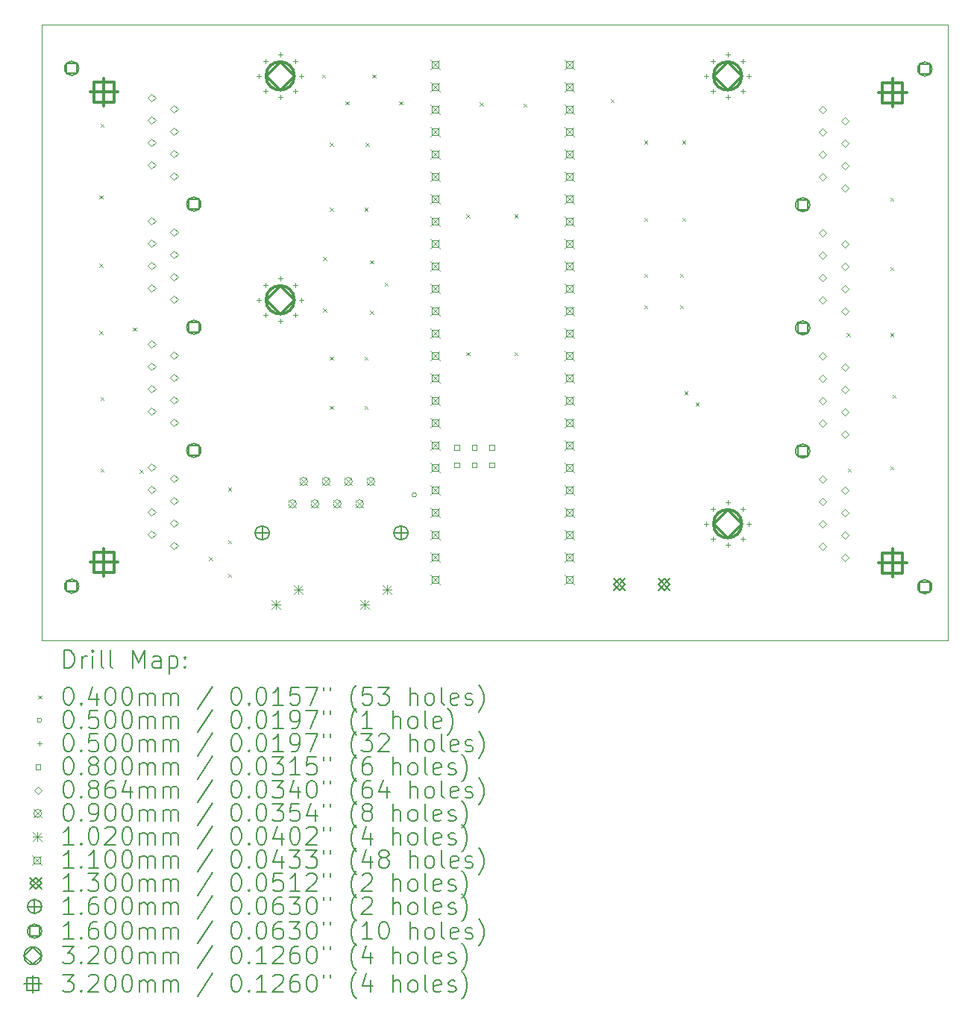
<source format=gbr>
%FSLAX45Y45*%
G04 Gerber Fmt 4.5, Leading zero omitted, Abs format (unit mm)*
G04 Created by KiCad (PCBNEW (6.0.0-0)) date 2022-01-07 14:09:10*
%MOMM*%
%LPD*%
G01*
G04 APERTURE LIST*
%TA.AperFunction,Profile*%
%ADD10C,0.050000*%
%TD*%
%ADD11C,0.200000*%
%ADD12C,0.040000*%
%ADD13C,0.050000*%
%ADD14C,0.080000*%
%ADD15C,0.086360*%
%ADD16C,0.090000*%
%ADD17C,0.102000*%
%ADD18C,0.110000*%
%ADD19C,0.130000*%
%ADD20C,0.160000*%
%ADD21C,0.160020*%
%ADD22C,0.320000*%
%ADD23C,0.320040*%
G04 APERTURE END LIST*
D10*
X9652000Y-12065000D02*
X9652000Y-5080000D01*
X19939000Y-12065000D02*
X9652000Y-12065000D01*
X19939000Y-5080000D02*
X19939000Y-12065000D01*
X9652000Y-5080000D02*
X19939000Y-5080000D01*
D11*
D12*
X10305100Y-7015800D02*
X10345100Y-7055800D01*
X10345100Y-7015800D02*
X10305100Y-7055800D01*
X10305100Y-7790500D02*
X10345100Y-7830500D01*
X10345100Y-7790500D02*
X10305100Y-7830500D01*
X10305100Y-8552500D02*
X10345100Y-8592500D01*
X10345100Y-8552500D02*
X10305100Y-8592500D01*
X10317800Y-6203000D02*
X10357800Y-6243000D01*
X10357800Y-6203000D02*
X10317800Y-6243000D01*
X10317800Y-9301800D02*
X10357800Y-9341800D01*
X10357800Y-9301800D02*
X10317800Y-9341800D01*
X10317800Y-10114600D02*
X10357800Y-10154600D01*
X10357800Y-10114600D02*
X10317800Y-10154600D01*
X10686100Y-8514400D02*
X10726100Y-8554400D01*
X10726100Y-8514400D02*
X10686100Y-8554400D01*
X10762300Y-10127300D02*
X10802300Y-10167300D01*
X10802300Y-10127300D02*
X10762300Y-10167300D01*
X11549700Y-11117900D02*
X11589700Y-11157900D01*
X11589700Y-11117900D02*
X11549700Y-11157900D01*
X11765600Y-10330500D02*
X11805600Y-10370500D01*
X11805600Y-10330500D02*
X11765600Y-10370500D01*
X11765600Y-10927400D02*
X11805600Y-10967400D01*
X11805600Y-10927400D02*
X11765600Y-10967400D01*
X11765600Y-11308400D02*
X11805600Y-11348400D01*
X11805600Y-11308400D02*
X11765600Y-11348400D01*
X12832400Y-5644200D02*
X12872400Y-5684200D01*
X12872400Y-5644200D02*
X12832400Y-5684200D01*
X12845100Y-7714300D02*
X12885100Y-7754300D01*
X12885100Y-7714300D02*
X12845100Y-7754300D01*
X12845100Y-8298500D02*
X12885100Y-8338500D01*
X12885100Y-8298500D02*
X12845100Y-8338500D01*
X12921300Y-6418900D02*
X12961300Y-6458900D01*
X12961300Y-6418900D02*
X12921300Y-6458900D01*
X12921300Y-7155500D02*
X12961300Y-7195500D01*
X12961300Y-7155500D02*
X12921300Y-7195500D01*
X12921300Y-8844600D02*
X12961300Y-8884600D01*
X12961300Y-8844600D02*
X12921300Y-8884600D01*
X12921300Y-9403400D02*
X12961300Y-9443400D01*
X12961300Y-9403400D02*
X12921300Y-9443400D01*
X13099100Y-5949000D02*
X13139100Y-5989000D01*
X13139100Y-5949000D02*
X13099100Y-5989000D01*
X13315000Y-7155500D02*
X13355000Y-7195500D01*
X13355000Y-7155500D02*
X13315000Y-7195500D01*
X13315000Y-8844600D02*
X13355000Y-8884600D01*
X13355000Y-8844600D02*
X13315000Y-8884600D01*
X13315000Y-9403400D02*
X13355000Y-9443400D01*
X13355000Y-9403400D02*
X13315000Y-9443400D01*
X13327700Y-6418900D02*
X13367700Y-6458900D01*
X13367700Y-6418900D02*
X13327700Y-6458900D01*
X13378500Y-7752400D02*
X13418500Y-7792400D01*
X13418500Y-7752400D02*
X13378500Y-7792400D01*
X13378500Y-8323900D02*
X13418500Y-8363900D01*
X13418500Y-8323900D02*
X13378500Y-8363900D01*
X13403900Y-5644200D02*
X13443900Y-5684200D01*
X13443900Y-5644200D02*
X13403900Y-5684200D01*
X13543600Y-8006400D02*
X13583600Y-8046400D01*
X13583600Y-8006400D02*
X13543600Y-8046400D01*
X13708700Y-5949000D02*
X13748700Y-5989000D01*
X13748700Y-5949000D02*
X13708700Y-5989000D01*
X14470700Y-7231700D02*
X14510700Y-7271700D01*
X14510700Y-7231700D02*
X14470700Y-7271700D01*
X14470700Y-8793800D02*
X14510700Y-8833800D01*
X14510700Y-8793800D02*
X14470700Y-8833800D01*
X14623100Y-5961700D02*
X14663100Y-6001700D01*
X14663100Y-5961700D02*
X14623100Y-6001700D01*
X15016800Y-7231700D02*
X15056800Y-7271700D01*
X15056800Y-7231700D02*
X15016800Y-7271700D01*
X15016800Y-8793800D02*
X15056800Y-8833800D01*
X15056800Y-8793800D02*
X15016800Y-8833800D01*
X15118400Y-5974400D02*
X15158400Y-6014400D01*
X15158400Y-5974400D02*
X15118400Y-6014400D01*
X16109000Y-5923600D02*
X16149000Y-5963600D01*
X16149000Y-5923600D02*
X16109000Y-5963600D01*
X16490000Y-6393500D02*
X16530000Y-6433500D01*
X16530000Y-6393500D02*
X16490000Y-6433500D01*
X16490000Y-7269800D02*
X16530000Y-7309800D01*
X16530000Y-7269800D02*
X16490000Y-7309800D01*
X16490000Y-7904800D02*
X16530000Y-7944800D01*
X16530000Y-7904800D02*
X16490000Y-7944800D01*
X16490000Y-8260400D02*
X16530000Y-8300400D01*
X16530000Y-8260400D02*
X16490000Y-8300400D01*
X16896400Y-7904800D02*
X16936400Y-7944800D01*
X16936400Y-7904800D02*
X16896400Y-7944800D01*
X16896400Y-8260400D02*
X16936400Y-8300400D01*
X16936400Y-8260400D02*
X16896400Y-8300400D01*
X16921800Y-6393500D02*
X16961800Y-6433500D01*
X16961800Y-6393500D02*
X16921800Y-6433500D01*
X16921800Y-7269800D02*
X16961800Y-7309800D01*
X16961800Y-7269800D02*
X16921800Y-7309800D01*
X16947200Y-9238300D02*
X16987200Y-9278300D01*
X16987200Y-9238300D02*
X16947200Y-9278300D01*
X17074200Y-9365300D02*
X17114200Y-9405300D01*
X17114200Y-9365300D02*
X17074200Y-9405300D01*
X18788700Y-8577900D02*
X18828700Y-8617900D01*
X18828700Y-8577900D02*
X18788700Y-8617900D01*
X18801400Y-10114600D02*
X18841400Y-10154600D01*
X18841400Y-10114600D02*
X18801400Y-10154600D01*
X19284000Y-7041200D02*
X19324000Y-7081200D01*
X19324000Y-7041200D02*
X19284000Y-7081200D01*
X19284000Y-7828600D02*
X19324000Y-7868600D01*
X19324000Y-7828600D02*
X19284000Y-7868600D01*
X19284000Y-8577900D02*
X19324000Y-8617900D01*
X19324000Y-8577900D02*
X19284000Y-8617900D01*
X19284000Y-10089200D02*
X19324000Y-10129200D01*
X19324000Y-10089200D02*
X19284000Y-10129200D01*
X19309400Y-9276400D02*
X19349400Y-9316400D01*
X19349400Y-9276400D02*
X19309400Y-9316400D01*
D13*
X13906101Y-10414000D02*
G75*
G03*
X13906101Y-10414000I-25000J0D01*
G01*
X12117354Y-5636914D02*
X12117354Y-5686914D01*
X12092354Y-5661914D02*
X12142354Y-5661914D01*
X12117354Y-8176914D02*
X12117354Y-8226914D01*
X12092354Y-8201914D02*
X12142354Y-8201914D01*
X12187648Y-5467208D02*
X12187648Y-5517208D01*
X12162648Y-5492208D02*
X12212648Y-5492208D01*
X12187648Y-5806620D02*
X12187648Y-5856620D01*
X12162648Y-5831620D02*
X12212648Y-5831620D01*
X12187648Y-8007208D02*
X12187648Y-8057208D01*
X12162648Y-8032208D02*
X12212648Y-8032208D01*
X12187648Y-8346620D02*
X12187648Y-8396620D01*
X12162648Y-8371620D02*
X12212648Y-8371620D01*
X12357354Y-5396914D02*
X12357354Y-5446914D01*
X12332354Y-5421914D02*
X12382354Y-5421914D01*
X12357354Y-5876914D02*
X12357354Y-5926914D01*
X12332354Y-5901914D02*
X12382354Y-5901914D01*
X12357354Y-7936914D02*
X12357354Y-7986914D01*
X12332354Y-7961914D02*
X12382354Y-7961914D01*
X12357354Y-8416914D02*
X12357354Y-8466914D01*
X12332354Y-8441914D02*
X12382354Y-8441914D01*
X12527060Y-5467208D02*
X12527060Y-5517208D01*
X12502060Y-5492208D02*
X12552060Y-5492208D01*
X12527060Y-5806620D02*
X12527060Y-5856620D01*
X12502060Y-5831620D02*
X12552060Y-5831620D01*
X12527060Y-8007208D02*
X12527060Y-8057208D01*
X12502060Y-8032208D02*
X12552060Y-8032208D01*
X12527060Y-8346620D02*
X12527060Y-8396620D01*
X12502060Y-8371620D02*
X12552060Y-8371620D01*
X12597354Y-5636914D02*
X12597354Y-5686914D01*
X12572354Y-5661914D02*
X12622354Y-5661914D01*
X12597354Y-8176914D02*
X12597354Y-8226914D01*
X12572354Y-8201914D02*
X12622354Y-8201914D01*
X17197354Y-5636914D02*
X17197354Y-5686914D01*
X17172354Y-5661914D02*
X17222354Y-5661914D01*
X17197354Y-10716914D02*
X17197354Y-10766914D01*
X17172354Y-10741914D02*
X17222354Y-10741914D01*
X17267648Y-5467208D02*
X17267648Y-5517208D01*
X17242648Y-5492208D02*
X17292648Y-5492208D01*
X17267648Y-5806620D02*
X17267648Y-5856620D01*
X17242648Y-5831620D02*
X17292648Y-5831620D01*
X17267648Y-10547208D02*
X17267648Y-10597208D01*
X17242648Y-10572208D02*
X17292648Y-10572208D01*
X17267648Y-10886620D02*
X17267648Y-10936620D01*
X17242648Y-10911620D02*
X17292648Y-10911620D01*
X17437354Y-5396914D02*
X17437354Y-5446914D01*
X17412354Y-5421914D02*
X17462354Y-5421914D01*
X17437354Y-5876914D02*
X17437354Y-5926914D01*
X17412354Y-5901914D02*
X17462354Y-5901914D01*
X17437354Y-10476914D02*
X17437354Y-10526914D01*
X17412354Y-10501914D02*
X17462354Y-10501914D01*
X17437354Y-10956914D02*
X17437354Y-11006914D01*
X17412354Y-10981914D02*
X17462354Y-10981914D01*
X17607060Y-5467208D02*
X17607060Y-5517208D01*
X17582060Y-5492208D02*
X17632060Y-5492208D01*
X17607060Y-5806620D02*
X17607060Y-5856620D01*
X17582060Y-5831620D02*
X17632060Y-5831620D01*
X17607060Y-10547208D02*
X17607060Y-10597208D01*
X17582060Y-10572208D02*
X17632060Y-10572208D01*
X17607060Y-10886620D02*
X17607060Y-10936620D01*
X17582060Y-10911620D02*
X17632060Y-10911620D01*
X17677354Y-5636914D02*
X17677354Y-5686914D01*
X17652354Y-5661914D02*
X17702354Y-5661914D01*
X17677354Y-10716914D02*
X17677354Y-10766914D01*
X17652354Y-10741914D02*
X17702354Y-10741914D01*
D14*
X14388936Y-9903119D02*
X14388936Y-9846550D01*
X14332367Y-9846550D01*
X14332367Y-9903119D01*
X14388936Y-9903119D01*
X14388936Y-10103119D02*
X14388936Y-10046550D01*
X14332367Y-10046550D01*
X14332367Y-10103119D01*
X14388936Y-10103119D01*
X14588936Y-9903119D02*
X14588936Y-9846550D01*
X14532367Y-9846550D01*
X14532367Y-9903119D01*
X14588936Y-9903119D01*
X14588936Y-10103119D02*
X14588936Y-10046550D01*
X14532367Y-10046550D01*
X14532367Y-10103119D01*
X14588936Y-10103119D01*
X14788936Y-9903119D02*
X14788936Y-9846550D01*
X14732367Y-9846550D01*
X14732367Y-9903119D01*
X14788936Y-9903119D01*
X14788936Y-10103119D02*
X14788936Y-10046550D01*
X14732367Y-10046550D01*
X14732367Y-10103119D01*
X14788936Y-10103119D01*
D15*
X10899140Y-5951220D02*
X10942320Y-5908040D01*
X10899140Y-5864860D01*
X10855960Y-5908040D01*
X10899140Y-5951220D01*
X10899140Y-6205220D02*
X10942320Y-6162040D01*
X10899140Y-6118860D01*
X10855960Y-6162040D01*
X10899140Y-6205220D01*
X10899140Y-6459220D02*
X10942320Y-6416040D01*
X10899140Y-6372860D01*
X10855960Y-6416040D01*
X10899140Y-6459220D01*
X10899140Y-6713220D02*
X10942320Y-6670040D01*
X10899140Y-6626860D01*
X10855960Y-6670040D01*
X10899140Y-6713220D01*
X10899140Y-7349220D02*
X10942320Y-7306040D01*
X10899140Y-7262860D01*
X10855960Y-7306040D01*
X10899140Y-7349220D01*
X10899140Y-7603220D02*
X10942320Y-7560040D01*
X10899140Y-7516860D01*
X10855960Y-7560040D01*
X10899140Y-7603220D01*
X10899140Y-7857220D02*
X10942320Y-7814040D01*
X10899140Y-7770860D01*
X10855960Y-7814040D01*
X10899140Y-7857220D01*
X10899140Y-8111220D02*
X10942320Y-8068040D01*
X10899140Y-8024860D01*
X10855960Y-8068040D01*
X10899140Y-8111220D01*
X10899140Y-8747220D02*
X10942320Y-8704040D01*
X10899140Y-8660860D01*
X10855960Y-8704040D01*
X10899140Y-8747220D01*
X10899140Y-9001220D02*
X10942320Y-8958040D01*
X10899140Y-8914860D01*
X10855960Y-8958040D01*
X10899140Y-9001220D01*
X10899140Y-9255220D02*
X10942320Y-9212040D01*
X10899140Y-9168860D01*
X10855960Y-9212040D01*
X10899140Y-9255220D01*
X10899140Y-9509220D02*
X10942320Y-9466040D01*
X10899140Y-9422860D01*
X10855960Y-9466040D01*
X10899140Y-9509220D01*
X10899140Y-10143220D02*
X10942320Y-10100040D01*
X10899140Y-10056860D01*
X10855960Y-10100040D01*
X10899140Y-10143220D01*
X10899140Y-10397220D02*
X10942320Y-10354040D01*
X10899140Y-10310860D01*
X10855960Y-10354040D01*
X10899140Y-10397220D01*
X10899140Y-10651220D02*
X10942320Y-10608040D01*
X10899140Y-10564860D01*
X10855960Y-10608040D01*
X10899140Y-10651220D01*
X10899140Y-10905220D02*
X10942320Y-10862040D01*
X10899140Y-10818860D01*
X10855960Y-10862040D01*
X10899140Y-10905220D01*
X11153140Y-6078220D02*
X11196320Y-6035040D01*
X11153140Y-5991860D01*
X11109960Y-6035040D01*
X11153140Y-6078220D01*
X11153140Y-6332220D02*
X11196320Y-6289040D01*
X11153140Y-6245860D01*
X11109960Y-6289040D01*
X11153140Y-6332220D01*
X11153140Y-6586220D02*
X11196320Y-6543040D01*
X11153140Y-6499860D01*
X11109960Y-6543040D01*
X11153140Y-6586220D01*
X11153140Y-6840220D02*
X11196320Y-6797040D01*
X11153140Y-6753860D01*
X11109960Y-6797040D01*
X11153140Y-6840220D01*
X11153140Y-7476220D02*
X11196320Y-7433040D01*
X11153140Y-7389860D01*
X11109960Y-7433040D01*
X11153140Y-7476220D01*
X11153140Y-7730220D02*
X11196320Y-7687040D01*
X11153140Y-7643860D01*
X11109960Y-7687040D01*
X11153140Y-7730220D01*
X11153140Y-7984220D02*
X11196320Y-7941040D01*
X11153140Y-7897860D01*
X11109960Y-7941040D01*
X11153140Y-7984220D01*
X11153140Y-8238220D02*
X11196320Y-8195040D01*
X11153140Y-8151860D01*
X11109960Y-8195040D01*
X11153140Y-8238220D01*
X11153140Y-8874220D02*
X11196320Y-8831040D01*
X11153140Y-8787860D01*
X11109960Y-8831040D01*
X11153140Y-8874220D01*
X11153140Y-9128220D02*
X11196320Y-9085040D01*
X11153140Y-9041860D01*
X11109960Y-9085040D01*
X11153140Y-9128220D01*
X11153140Y-9382220D02*
X11196320Y-9339040D01*
X11153140Y-9295860D01*
X11109960Y-9339040D01*
X11153140Y-9382220D01*
X11153140Y-9636220D02*
X11196320Y-9593040D01*
X11153140Y-9549860D01*
X11109960Y-9593040D01*
X11153140Y-9636220D01*
X11153140Y-10270220D02*
X11196320Y-10227040D01*
X11153140Y-10183860D01*
X11109960Y-10227040D01*
X11153140Y-10270220D01*
X11153140Y-10524220D02*
X11196320Y-10481040D01*
X11153140Y-10437860D01*
X11109960Y-10481040D01*
X11153140Y-10524220D01*
X11153140Y-10778220D02*
X11196320Y-10735040D01*
X11153140Y-10691860D01*
X11109960Y-10735040D01*
X11153140Y-10778220D01*
X11153140Y-11032220D02*
X11196320Y-10989040D01*
X11153140Y-10945860D01*
X11109960Y-10989040D01*
X11153140Y-11032220D01*
X18514060Y-6087380D02*
X18557240Y-6044200D01*
X18514060Y-6001020D01*
X18470880Y-6044200D01*
X18514060Y-6087380D01*
X18514060Y-6341380D02*
X18557240Y-6298200D01*
X18514060Y-6255020D01*
X18470880Y-6298200D01*
X18514060Y-6341380D01*
X18514060Y-6595380D02*
X18557240Y-6552200D01*
X18514060Y-6509020D01*
X18470880Y-6552200D01*
X18514060Y-6595380D01*
X18514060Y-6849380D02*
X18557240Y-6806200D01*
X18514060Y-6763020D01*
X18470880Y-6806200D01*
X18514060Y-6849380D01*
X18514060Y-7483380D02*
X18557240Y-7440200D01*
X18514060Y-7397020D01*
X18470880Y-7440200D01*
X18514060Y-7483380D01*
X18514060Y-7737380D02*
X18557240Y-7694200D01*
X18514060Y-7651020D01*
X18470880Y-7694200D01*
X18514060Y-7737380D01*
X18514060Y-7991380D02*
X18557240Y-7948200D01*
X18514060Y-7905020D01*
X18470880Y-7948200D01*
X18514060Y-7991380D01*
X18514060Y-8245380D02*
X18557240Y-8202200D01*
X18514060Y-8159020D01*
X18470880Y-8202200D01*
X18514060Y-8245380D01*
X18514060Y-8881380D02*
X18557240Y-8838200D01*
X18514060Y-8795020D01*
X18470880Y-8838200D01*
X18514060Y-8881380D01*
X18514060Y-9135380D02*
X18557240Y-9092200D01*
X18514060Y-9049020D01*
X18470880Y-9092200D01*
X18514060Y-9135380D01*
X18514060Y-9389380D02*
X18557240Y-9346200D01*
X18514060Y-9303020D01*
X18470880Y-9346200D01*
X18514060Y-9389380D01*
X18514060Y-9643380D02*
X18557240Y-9600200D01*
X18514060Y-9557020D01*
X18470880Y-9600200D01*
X18514060Y-9643380D01*
X18514060Y-10279380D02*
X18557240Y-10236200D01*
X18514060Y-10193020D01*
X18470880Y-10236200D01*
X18514060Y-10279380D01*
X18514060Y-10533380D02*
X18557240Y-10490200D01*
X18514060Y-10447020D01*
X18470880Y-10490200D01*
X18514060Y-10533380D01*
X18514060Y-10787380D02*
X18557240Y-10744200D01*
X18514060Y-10701020D01*
X18470880Y-10744200D01*
X18514060Y-10787380D01*
X18514060Y-11041380D02*
X18557240Y-10998200D01*
X18514060Y-10955020D01*
X18470880Y-10998200D01*
X18514060Y-11041380D01*
X18768060Y-6214380D02*
X18811240Y-6171200D01*
X18768060Y-6128020D01*
X18724880Y-6171200D01*
X18768060Y-6214380D01*
X18768060Y-6468380D02*
X18811240Y-6425200D01*
X18768060Y-6382020D01*
X18724880Y-6425200D01*
X18768060Y-6468380D01*
X18768060Y-6722380D02*
X18811240Y-6679200D01*
X18768060Y-6636020D01*
X18724880Y-6679200D01*
X18768060Y-6722380D01*
X18768060Y-6976380D02*
X18811240Y-6933200D01*
X18768060Y-6890020D01*
X18724880Y-6933200D01*
X18768060Y-6976380D01*
X18768060Y-7610380D02*
X18811240Y-7567200D01*
X18768060Y-7524020D01*
X18724880Y-7567200D01*
X18768060Y-7610380D01*
X18768060Y-7864380D02*
X18811240Y-7821200D01*
X18768060Y-7778020D01*
X18724880Y-7821200D01*
X18768060Y-7864380D01*
X18768060Y-8118380D02*
X18811240Y-8075200D01*
X18768060Y-8032020D01*
X18724880Y-8075200D01*
X18768060Y-8118380D01*
X18768060Y-8372380D02*
X18811240Y-8329200D01*
X18768060Y-8286020D01*
X18724880Y-8329200D01*
X18768060Y-8372380D01*
X18768060Y-9008380D02*
X18811240Y-8965200D01*
X18768060Y-8922020D01*
X18724880Y-8965200D01*
X18768060Y-9008380D01*
X18768060Y-9262380D02*
X18811240Y-9219200D01*
X18768060Y-9176020D01*
X18724880Y-9219200D01*
X18768060Y-9262380D01*
X18768060Y-9516380D02*
X18811240Y-9473200D01*
X18768060Y-9430020D01*
X18724880Y-9473200D01*
X18768060Y-9516380D01*
X18768060Y-9770380D02*
X18811240Y-9727200D01*
X18768060Y-9684020D01*
X18724880Y-9727200D01*
X18768060Y-9770380D01*
X18768060Y-10406380D02*
X18811240Y-10363200D01*
X18768060Y-10320020D01*
X18724880Y-10363200D01*
X18768060Y-10406380D01*
X18768060Y-10660380D02*
X18811240Y-10617200D01*
X18768060Y-10574020D01*
X18724880Y-10617200D01*
X18768060Y-10660380D01*
X18768060Y-10914380D02*
X18811240Y-10871200D01*
X18768060Y-10828020D01*
X18724880Y-10871200D01*
X18768060Y-10914380D01*
X18768060Y-11168380D02*
X18811240Y-11125200D01*
X18768060Y-11082020D01*
X18724880Y-11125200D01*
X18768060Y-11168380D01*
D16*
X12451800Y-10470600D02*
X12541800Y-10560600D01*
X12541800Y-10470600D02*
X12451800Y-10560600D01*
X12541800Y-10515600D02*
G75*
G03*
X12541800Y-10515600I-45000J0D01*
G01*
X12578800Y-10216600D02*
X12668800Y-10306600D01*
X12668800Y-10216600D02*
X12578800Y-10306600D01*
X12668800Y-10261600D02*
G75*
G03*
X12668800Y-10261600I-45000J0D01*
G01*
X12705800Y-10470600D02*
X12795800Y-10560600D01*
X12795800Y-10470600D02*
X12705800Y-10560600D01*
X12795800Y-10515600D02*
G75*
G03*
X12795800Y-10515600I-45000J0D01*
G01*
X12832800Y-10216600D02*
X12922800Y-10306600D01*
X12922800Y-10216600D02*
X12832800Y-10306600D01*
X12922800Y-10261600D02*
G75*
G03*
X12922800Y-10261600I-45000J0D01*
G01*
X12959800Y-10470600D02*
X13049800Y-10560600D01*
X13049800Y-10470600D02*
X12959800Y-10560600D01*
X13049800Y-10515600D02*
G75*
G03*
X13049800Y-10515600I-45000J0D01*
G01*
X13086800Y-10216600D02*
X13176800Y-10306600D01*
X13176800Y-10216600D02*
X13086800Y-10306600D01*
X13176800Y-10261600D02*
G75*
G03*
X13176800Y-10261600I-45000J0D01*
G01*
X13213800Y-10470600D02*
X13303800Y-10560600D01*
X13303800Y-10470600D02*
X13213800Y-10560600D01*
X13303800Y-10515600D02*
G75*
G03*
X13303800Y-10515600I-45000J0D01*
G01*
X13340800Y-10216600D02*
X13430800Y-10306600D01*
X13430800Y-10216600D02*
X13340800Y-10306600D01*
X13430800Y-10261600D02*
G75*
G03*
X13430800Y-10261600I-45000J0D01*
G01*
D17*
X12257800Y-11607600D02*
X12359800Y-11709600D01*
X12359800Y-11607600D02*
X12257800Y-11709600D01*
X12308800Y-11607600D02*
X12308800Y-11709600D01*
X12257800Y-11658600D02*
X12359800Y-11658600D01*
X12511800Y-11437600D02*
X12613800Y-11539600D01*
X12613800Y-11437600D02*
X12511800Y-11539600D01*
X12562800Y-11437600D02*
X12562800Y-11539600D01*
X12511800Y-11488600D02*
X12613800Y-11488600D01*
X13268800Y-11607600D02*
X13370800Y-11709600D01*
X13370800Y-11607600D02*
X13268800Y-11709600D01*
X13319800Y-11607600D02*
X13319800Y-11709600D01*
X13268800Y-11658600D02*
X13370800Y-11658600D01*
X13522800Y-11437600D02*
X13624800Y-11539600D01*
X13624800Y-11437600D02*
X13522800Y-11539600D01*
X13573800Y-11437600D02*
X13573800Y-11539600D01*
X13522800Y-11488600D02*
X13624800Y-11488600D01*
D18*
X14061812Y-5474834D02*
X14171812Y-5584834D01*
X14171812Y-5474834D02*
X14061812Y-5584834D01*
X14155703Y-5568725D02*
X14155703Y-5490943D01*
X14077921Y-5490943D01*
X14077921Y-5568725D01*
X14155703Y-5568725D01*
X14061812Y-5728834D02*
X14171812Y-5838834D01*
X14171812Y-5728834D02*
X14061812Y-5838834D01*
X14155703Y-5822725D02*
X14155703Y-5744943D01*
X14077921Y-5744943D01*
X14077921Y-5822725D01*
X14155703Y-5822725D01*
X14061812Y-5982834D02*
X14171812Y-6092834D01*
X14171812Y-5982834D02*
X14061812Y-6092834D01*
X14155703Y-6076725D02*
X14155703Y-5998943D01*
X14077921Y-5998943D01*
X14077921Y-6076725D01*
X14155703Y-6076725D01*
X14061812Y-6236834D02*
X14171812Y-6346834D01*
X14171812Y-6236834D02*
X14061812Y-6346834D01*
X14155703Y-6330725D02*
X14155703Y-6252943D01*
X14077921Y-6252943D01*
X14077921Y-6330725D01*
X14155703Y-6330725D01*
X14061812Y-6490834D02*
X14171812Y-6600834D01*
X14171812Y-6490834D02*
X14061812Y-6600834D01*
X14155703Y-6584725D02*
X14155703Y-6506943D01*
X14077921Y-6506943D01*
X14077921Y-6584725D01*
X14155703Y-6584725D01*
X14061812Y-6744834D02*
X14171812Y-6854834D01*
X14171812Y-6744834D02*
X14061812Y-6854834D01*
X14155703Y-6838725D02*
X14155703Y-6760943D01*
X14077921Y-6760943D01*
X14077921Y-6838725D01*
X14155703Y-6838725D01*
X14061812Y-6998834D02*
X14171812Y-7108834D01*
X14171812Y-6998834D02*
X14061812Y-7108834D01*
X14155703Y-7092725D02*
X14155703Y-7014943D01*
X14077921Y-7014943D01*
X14077921Y-7092725D01*
X14155703Y-7092725D01*
X14061812Y-7252834D02*
X14171812Y-7362834D01*
X14171812Y-7252834D02*
X14061812Y-7362834D01*
X14155703Y-7346725D02*
X14155703Y-7268943D01*
X14077921Y-7268943D01*
X14077921Y-7346725D01*
X14155703Y-7346725D01*
X14061812Y-7506834D02*
X14171812Y-7616834D01*
X14171812Y-7506834D02*
X14061812Y-7616834D01*
X14155703Y-7600725D02*
X14155703Y-7522943D01*
X14077921Y-7522943D01*
X14077921Y-7600725D01*
X14155703Y-7600725D01*
X14061812Y-7760834D02*
X14171812Y-7870834D01*
X14171812Y-7760834D02*
X14061812Y-7870834D01*
X14155703Y-7854725D02*
X14155703Y-7776943D01*
X14077921Y-7776943D01*
X14077921Y-7854725D01*
X14155703Y-7854725D01*
X14061812Y-8014834D02*
X14171812Y-8124834D01*
X14171812Y-8014834D02*
X14061812Y-8124834D01*
X14155703Y-8108725D02*
X14155703Y-8030943D01*
X14077921Y-8030943D01*
X14077921Y-8108725D01*
X14155703Y-8108725D01*
X14061812Y-8268834D02*
X14171812Y-8378834D01*
X14171812Y-8268834D02*
X14061812Y-8378834D01*
X14155703Y-8362725D02*
X14155703Y-8284943D01*
X14077921Y-8284943D01*
X14077921Y-8362725D01*
X14155703Y-8362725D01*
X14061812Y-8522834D02*
X14171812Y-8632834D01*
X14171812Y-8522834D02*
X14061812Y-8632834D01*
X14155703Y-8616725D02*
X14155703Y-8538943D01*
X14077921Y-8538943D01*
X14077921Y-8616725D01*
X14155703Y-8616725D01*
X14061812Y-8776834D02*
X14171812Y-8886834D01*
X14171812Y-8776834D02*
X14061812Y-8886834D01*
X14155703Y-8870725D02*
X14155703Y-8792943D01*
X14077921Y-8792943D01*
X14077921Y-8870725D01*
X14155703Y-8870725D01*
X14061812Y-9030834D02*
X14171812Y-9140834D01*
X14171812Y-9030834D02*
X14061812Y-9140834D01*
X14155703Y-9124725D02*
X14155703Y-9046943D01*
X14077921Y-9046943D01*
X14077921Y-9124725D01*
X14155703Y-9124725D01*
X14061812Y-9284834D02*
X14171812Y-9394834D01*
X14171812Y-9284834D02*
X14061812Y-9394834D01*
X14155703Y-9378725D02*
X14155703Y-9300943D01*
X14077921Y-9300943D01*
X14077921Y-9378725D01*
X14155703Y-9378725D01*
X14061812Y-9538834D02*
X14171812Y-9648834D01*
X14171812Y-9538834D02*
X14061812Y-9648834D01*
X14155703Y-9632725D02*
X14155703Y-9554943D01*
X14077921Y-9554943D01*
X14077921Y-9632725D01*
X14155703Y-9632725D01*
X14061812Y-9792834D02*
X14171812Y-9902834D01*
X14171812Y-9792834D02*
X14061812Y-9902834D01*
X14155703Y-9886725D02*
X14155703Y-9808943D01*
X14077921Y-9808943D01*
X14077921Y-9886725D01*
X14155703Y-9886725D01*
X14061812Y-10046834D02*
X14171812Y-10156834D01*
X14171812Y-10046834D02*
X14061812Y-10156834D01*
X14155703Y-10140725D02*
X14155703Y-10062943D01*
X14077921Y-10062943D01*
X14077921Y-10140725D01*
X14155703Y-10140725D01*
X14061812Y-10300834D02*
X14171812Y-10410834D01*
X14171812Y-10300834D02*
X14061812Y-10410834D01*
X14155703Y-10394725D02*
X14155703Y-10316943D01*
X14077921Y-10316943D01*
X14077921Y-10394725D01*
X14155703Y-10394725D01*
X14061812Y-10554834D02*
X14171812Y-10664834D01*
X14171812Y-10554834D02*
X14061812Y-10664834D01*
X14155703Y-10648725D02*
X14155703Y-10570943D01*
X14077921Y-10570943D01*
X14077921Y-10648725D01*
X14155703Y-10648725D01*
X14061812Y-10808834D02*
X14171812Y-10918834D01*
X14171812Y-10808834D02*
X14061812Y-10918834D01*
X14155703Y-10902725D02*
X14155703Y-10824943D01*
X14077921Y-10824943D01*
X14077921Y-10902725D01*
X14155703Y-10902725D01*
X14061812Y-11062834D02*
X14171812Y-11172834D01*
X14171812Y-11062834D02*
X14061812Y-11172834D01*
X14155703Y-11156725D02*
X14155703Y-11078943D01*
X14077921Y-11078943D01*
X14077921Y-11156725D01*
X14155703Y-11156725D01*
X14061812Y-11316834D02*
X14171812Y-11426834D01*
X14171812Y-11316834D02*
X14061812Y-11426834D01*
X14155703Y-11410725D02*
X14155703Y-11332943D01*
X14077921Y-11332943D01*
X14077921Y-11410725D01*
X14155703Y-11410725D01*
X15585812Y-5474834D02*
X15695812Y-5584834D01*
X15695812Y-5474834D02*
X15585812Y-5584834D01*
X15679703Y-5568725D02*
X15679703Y-5490943D01*
X15601921Y-5490943D01*
X15601921Y-5568725D01*
X15679703Y-5568725D01*
X15585812Y-5728834D02*
X15695812Y-5838834D01*
X15695812Y-5728834D02*
X15585812Y-5838834D01*
X15679703Y-5822725D02*
X15679703Y-5744943D01*
X15601921Y-5744943D01*
X15601921Y-5822725D01*
X15679703Y-5822725D01*
X15585812Y-5982834D02*
X15695812Y-6092834D01*
X15695812Y-5982834D02*
X15585812Y-6092834D01*
X15679703Y-6076725D02*
X15679703Y-5998943D01*
X15601921Y-5998943D01*
X15601921Y-6076725D01*
X15679703Y-6076725D01*
X15585812Y-6236834D02*
X15695812Y-6346834D01*
X15695812Y-6236834D02*
X15585812Y-6346834D01*
X15679703Y-6330725D02*
X15679703Y-6252943D01*
X15601921Y-6252943D01*
X15601921Y-6330725D01*
X15679703Y-6330725D01*
X15585812Y-6490834D02*
X15695812Y-6600834D01*
X15695812Y-6490834D02*
X15585812Y-6600834D01*
X15679703Y-6584725D02*
X15679703Y-6506943D01*
X15601921Y-6506943D01*
X15601921Y-6584725D01*
X15679703Y-6584725D01*
X15585812Y-6744834D02*
X15695812Y-6854834D01*
X15695812Y-6744834D02*
X15585812Y-6854834D01*
X15679703Y-6838725D02*
X15679703Y-6760943D01*
X15601921Y-6760943D01*
X15601921Y-6838725D01*
X15679703Y-6838725D01*
X15585812Y-6998834D02*
X15695812Y-7108834D01*
X15695812Y-6998834D02*
X15585812Y-7108834D01*
X15679703Y-7092725D02*
X15679703Y-7014943D01*
X15601921Y-7014943D01*
X15601921Y-7092725D01*
X15679703Y-7092725D01*
X15585812Y-7252834D02*
X15695812Y-7362834D01*
X15695812Y-7252834D02*
X15585812Y-7362834D01*
X15679703Y-7346725D02*
X15679703Y-7268943D01*
X15601921Y-7268943D01*
X15601921Y-7346725D01*
X15679703Y-7346725D01*
X15585812Y-7506834D02*
X15695812Y-7616834D01*
X15695812Y-7506834D02*
X15585812Y-7616834D01*
X15679703Y-7600725D02*
X15679703Y-7522943D01*
X15601921Y-7522943D01*
X15601921Y-7600725D01*
X15679703Y-7600725D01*
X15585812Y-7760834D02*
X15695812Y-7870834D01*
X15695812Y-7760834D02*
X15585812Y-7870834D01*
X15679703Y-7854725D02*
X15679703Y-7776943D01*
X15601921Y-7776943D01*
X15601921Y-7854725D01*
X15679703Y-7854725D01*
X15585812Y-8014834D02*
X15695812Y-8124834D01*
X15695812Y-8014834D02*
X15585812Y-8124834D01*
X15679703Y-8108725D02*
X15679703Y-8030943D01*
X15601921Y-8030943D01*
X15601921Y-8108725D01*
X15679703Y-8108725D01*
X15585812Y-8268834D02*
X15695812Y-8378834D01*
X15695812Y-8268834D02*
X15585812Y-8378834D01*
X15679703Y-8362725D02*
X15679703Y-8284943D01*
X15601921Y-8284943D01*
X15601921Y-8362725D01*
X15679703Y-8362725D01*
X15585812Y-8522834D02*
X15695812Y-8632834D01*
X15695812Y-8522834D02*
X15585812Y-8632834D01*
X15679703Y-8616725D02*
X15679703Y-8538943D01*
X15601921Y-8538943D01*
X15601921Y-8616725D01*
X15679703Y-8616725D01*
X15585812Y-8776834D02*
X15695812Y-8886834D01*
X15695812Y-8776834D02*
X15585812Y-8886834D01*
X15679703Y-8870725D02*
X15679703Y-8792943D01*
X15601921Y-8792943D01*
X15601921Y-8870725D01*
X15679703Y-8870725D01*
X15585812Y-9030834D02*
X15695812Y-9140834D01*
X15695812Y-9030834D02*
X15585812Y-9140834D01*
X15679703Y-9124725D02*
X15679703Y-9046943D01*
X15601921Y-9046943D01*
X15601921Y-9124725D01*
X15679703Y-9124725D01*
X15585812Y-9284834D02*
X15695812Y-9394834D01*
X15695812Y-9284834D02*
X15585812Y-9394834D01*
X15679703Y-9378725D02*
X15679703Y-9300943D01*
X15601921Y-9300943D01*
X15601921Y-9378725D01*
X15679703Y-9378725D01*
X15585812Y-9538834D02*
X15695812Y-9648834D01*
X15695812Y-9538834D02*
X15585812Y-9648834D01*
X15679703Y-9632725D02*
X15679703Y-9554943D01*
X15601921Y-9554943D01*
X15601921Y-9632725D01*
X15679703Y-9632725D01*
X15585812Y-9792834D02*
X15695812Y-9902834D01*
X15695812Y-9792834D02*
X15585812Y-9902834D01*
X15679703Y-9886725D02*
X15679703Y-9808943D01*
X15601921Y-9808943D01*
X15601921Y-9886725D01*
X15679703Y-9886725D01*
X15585812Y-10046834D02*
X15695812Y-10156834D01*
X15695812Y-10046834D02*
X15585812Y-10156834D01*
X15679703Y-10140725D02*
X15679703Y-10062943D01*
X15601921Y-10062943D01*
X15601921Y-10140725D01*
X15679703Y-10140725D01*
X15585812Y-10300834D02*
X15695812Y-10410834D01*
X15695812Y-10300834D02*
X15585812Y-10410834D01*
X15679703Y-10394725D02*
X15679703Y-10316943D01*
X15601921Y-10316943D01*
X15601921Y-10394725D01*
X15679703Y-10394725D01*
X15585812Y-10554834D02*
X15695812Y-10664834D01*
X15695812Y-10554834D02*
X15585812Y-10664834D01*
X15679703Y-10648725D02*
X15679703Y-10570943D01*
X15601921Y-10570943D01*
X15601921Y-10648725D01*
X15679703Y-10648725D01*
X15585812Y-10808834D02*
X15695812Y-10918834D01*
X15695812Y-10808834D02*
X15585812Y-10918834D01*
X15679703Y-10902725D02*
X15679703Y-10824943D01*
X15601921Y-10824943D01*
X15601921Y-10902725D01*
X15679703Y-10902725D01*
X15585812Y-11062834D02*
X15695812Y-11172834D01*
X15695812Y-11062834D02*
X15585812Y-11172834D01*
X15679703Y-11156725D02*
X15679703Y-11078943D01*
X15601921Y-11078943D01*
X15601921Y-11156725D01*
X15679703Y-11156725D01*
X15585812Y-11316834D02*
X15695812Y-11426834D01*
X15695812Y-11316834D02*
X15585812Y-11426834D01*
X15679703Y-11410725D02*
X15679703Y-11332943D01*
X15601921Y-11332943D01*
X15601921Y-11410725D01*
X15679703Y-11410725D01*
D19*
X16143756Y-11365000D02*
X16273756Y-11495000D01*
X16273756Y-11365000D02*
X16143756Y-11495000D01*
X16208756Y-11495000D02*
X16273756Y-11430000D01*
X16208756Y-11365000D01*
X16143756Y-11430000D01*
X16208756Y-11495000D01*
X16651756Y-11365000D02*
X16781756Y-11495000D01*
X16781756Y-11365000D02*
X16651756Y-11495000D01*
X16716756Y-11495000D02*
X16781756Y-11430000D01*
X16716756Y-11365000D01*
X16651756Y-11430000D01*
X16716756Y-11495000D01*
D20*
X12153800Y-10765600D02*
X12153800Y-10925600D01*
X12073800Y-10845600D02*
X12233800Y-10845600D01*
X12233800Y-10845600D02*
G75*
G03*
X12233800Y-10845600I-80000J0D01*
G01*
X13728800Y-10765600D02*
X13728800Y-10925600D01*
X13648800Y-10845600D02*
X13808800Y-10845600D01*
X13808800Y-10845600D02*
G75*
G03*
X13808800Y-10845600I-80000J0D01*
G01*
D21*
X10047496Y-5632617D02*
X10047496Y-5519464D01*
X9934344Y-5519464D01*
X9934344Y-5632617D01*
X10047496Y-5632617D01*
X10070930Y-5576041D02*
G75*
G03*
X10070930Y-5576041I-80010J0D01*
G01*
X10047496Y-11506616D02*
X10047496Y-11393463D01*
X9934344Y-11393463D01*
X9934344Y-11506616D01*
X10047496Y-11506616D01*
X10070930Y-11450039D02*
G75*
G03*
X10070930Y-11450039I-80010J0D01*
G01*
X11434016Y-7172616D02*
X11434016Y-7059464D01*
X11320864Y-7059464D01*
X11320864Y-7172616D01*
X11434016Y-7172616D01*
X11457450Y-7116040D02*
G75*
G03*
X11457450Y-7116040I-80010J0D01*
G01*
X11434016Y-8569616D02*
X11434016Y-8456464D01*
X11320864Y-8456464D01*
X11320864Y-8569616D01*
X11434016Y-8569616D01*
X11457450Y-8513040D02*
G75*
G03*
X11457450Y-8513040I-80010J0D01*
G01*
X11434016Y-9966616D02*
X11434016Y-9853464D01*
X11320864Y-9853464D01*
X11320864Y-9966616D01*
X11434016Y-9966616D01*
X11457450Y-9910040D02*
G75*
G03*
X11457450Y-9910040I-80010J0D01*
G01*
X18346336Y-7179776D02*
X18346336Y-7066624D01*
X18233184Y-7066624D01*
X18233184Y-7179776D01*
X18346336Y-7179776D01*
X18369770Y-7123200D02*
G75*
G03*
X18369770Y-7123200I-80010J0D01*
G01*
X18346336Y-8576776D02*
X18346336Y-8463624D01*
X18233184Y-8463624D01*
X18233184Y-8576776D01*
X18346336Y-8576776D01*
X18369770Y-8520200D02*
G75*
G03*
X18369770Y-8520200I-80010J0D01*
G01*
X18346336Y-9973776D02*
X18346336Y-9860624D01*
X18233184Y-9860624D01*
X18233184Y-9973776D01*
X18346336Y-9973776D01*
X18369770Y-9917200D02*
G75*
G03*
X18369770Y-9917200I-80010J0D01*
G01*
X19732856Y-5639777D02*
X19732856Y-5526624D01*
X19619704Y-5526624D01*
X19619704Y-5639777D01*
X19732856Y-5639777D01*
X19756290Y-5583201D02*
G75*
G03*
X19756290Y-5583201I-80010J0D01*
G01*
X19732856Y-11513776D02*
X19732856Y-11400623D01*
X19619704Y-11400623D01*
X19619704Y-11513776D01*
X19732856Y-11513776D01*
X19756290Y-11457199D02*
G75*
G03*
X19756290Y-11457199I-80010J0D01*
G01*
D22*
X12357354Y-5821914D02*
X12517354Y-5661914D01*
X12357354Y-5501914D01*
X12197354Y-5661914D01*
X12357354Y-5821914D01*
X12517354Y-5661914D02*
G75*
G03*
X12517354Y-5661914I-160000J0D01*
G01*
X12357354Y-8361914D02*
X12517354Y-8201914D01*
X12357354Y-8041914D01*
X12197354Y-8201914D01*
X12357354Y-8361914D01*
X12517354Y-8201914D02*
G75*
G03*
X12517354Y-8201914I-160000J0D01*
G01*
X17437354Y-5821914D02*
X17597354Y-5661914D01*
X17437354Y-5501914D01*
X17277354Y-5661914D01*
X17437354Y-5821914D01*
X17597354Y-5661914D02*
G75*
G03*
X17597354Y-5661914I-160000J0D01*
G01*
X17437354Y-10901914D02*
X17597354Y-10741914D01*
X17437354Y-10581914D01*
X17277354Y-10741914D01*
X17437354Y-10901914D01*
X17597354Y-10741914D02*
G75*
G03*
X17597354Y-10741914I-160000J0D01*
G01*
D23*
X10357440Y-5686020D02*
X10357440Y-6006060D01*
X10197420Y-5846040D02*
X10517460Y-5846040D01*
X10470592Y-5959192D02*
X10470592Y-5732888D01*
X10244288Y-5732888D01*
X10244288Y-5959192D01*
X10470592Y-5959192D01*
X10357440Y-11020020D02*
X10357440Y-11340060D01*
X10197420Y-11180040D02*
X10517460Y-11180040D01*
X10470592Y-11293192D02*
X10470592Y-11066888D01*
X10244288Y-11066888D01*
X10244288Y-11293192D01*
X10470592Y-11293192D01*
X19309760Y-5693180D02*
X19309760Y-6013220D01*
X19149740Y-5853200D02*
X19469780Y-5853200D01*
X19422912Y-5966352D02*
X19422912Y-5740048D01*
X19196608Y-5740048D01*
X19196608Y-5966352D01*
X19422912Y-5966352D01*
X19309760Y-11027180D02*
X19309760Y-11347220D01*
X19149740Y-11187200D02*
X19469780Y-11187200D01*
X19422912Y-11300352D02*
X19422912Y-11074048D01*
X19196608Y-11074048D01*
X19196608Y-11300352D01*
X19422912Y-11300352D01*
D11*
X9907119Y-12377976D02*
X9907119Y-12177976D01*
X9954738Y-12177976D01*
X9983310Y-12187500D01*
X10002357Y-12206548D01*
X10011881Y-12225595D01*
X10021405Y-12263690D01*
X10021405Y-12292262D01*
X10011881Y-12330357D01*
X10002357Y-12349405D01*
X9983310Y-12368452D01*
X9954738Y-12377976D01*
X9907119Y-12377976D01*
X10107119Y-12377976D02*
X10107119Y-12244643D01*
X10107119Y-12282738D02*
X10116643Y-12263690D01*
X10126167Y-12254167D01*
X10145214Y-12244643D01*
X10164262Y-12244643D01*
X10230929Y-12377976D02*
X10230929Y-12244643D01*
X10230929Y-12177976D02*
X10221405Y-12187500D01*
X10230929Y-12197024D01*
X10240452Y-12187500D01*
X10230929Y-12177976D01*
X10230929Y-12197024D01*
X10354738Y-12377976D02*
X10335690Y-12368452D01*
X10326167Y-12349405D01*
X10326167Y-12177976D01*
X10459500Y-12377976D02*
X10440452Y-12368452D01*
X10430929Y-12349405D01*
X10430929Y-12177976D01*
X10688071Y-12377976D02*
X10688071Y-12177976D01*
X10754738Y-12320833D01*
X10821405Y-12177976D01*
X10821405Y-12377976D01*
X11002357Y-12377976D02*
X11002357Y-12273214D01*
X10992833Y-12254167D01*
X10973786Y-12244643D01*
X10935690Y-12244643D01*
X10916643Y-12254167D01*
X11002357Y-12368452D02*
X10983310Y-12377976D01*
X10935690Y-12377976D01*
X10916643Y-12368452D01*
X10907119Y-12349405D01*
X10907119Y-12330357D01*
X10916643Y-12311309D01*
X10935690Y-12301786D01*
X10983310Y-12301786D01*
X11002357Y-12292262D01*
X11097595Y-12244643D02*
X11097595Y-12444643D01*
X11097595Y-12254167D02*
X11116643Y-12244643D01*
X11154738Y-12244643D01*
X11173786Y-12254167D01*
X11183310Y-12263690D01*
X11192833Y-12282738D01*
X11192833Y-12339881D01*
X11183310Y-12358928D01*
X11173786Y-12368452D01*
X11154738Y-12377976D01*
X11116643Y-12377976D01*
X11097595Y-12368452D01*
X11278548Y-12358928D02*
X11288071Y-12368452D01*
X11278548Y-12377976D01*
X11269024Y-12368452D01*
X11278548Y-12358928D01*
X11278548Y-12377976D01*
X11278548Y-12254167D02*
X11288071Y-12263690D01*
X11278548Y-12273214D01*
X11269024Y-12263690D01*
X11278548Y-12254167D01*
X11278548Y-12273214D01*
D12*
X9609500Y-12687500D02*
X9649500Y-12727500D01*
X9649500Y-12687500D02*
X9609500Y-12727500D01*
D11*
X9945214Y-12597976D02*
X9964262Y-12597976D01*
X9983310Y-12607500D01*
X9992833Y-12617024D01*
X10002357Y-12636071D01*
X10011881Y-12674167D01*
X10011881Y-12721786D01*
X10002357Y-12759881D01*
X9992833Y-12778928D01*
X9983310Y-12788452D01*
X9964262Y-12797976D01*
X9945214Y-12797976D01*
X9926167Y-12788452D01*
X9916643Y-12778928D01*
X9907119Y-12759881D01*
X9897595Y-12721786D01*
X9897595Y-12674167D01*
X9907119Y-12636071D01*
X9916643Y-12617024D01*
X9926167Y-12607500D01*
X9945214Y-12597976D01*
X10097595Y-12778928D02*
X10107119Y-12788452D01*
X10097595Y-12797976D01*
X10088071Y-12788452D01*
X10097595Y-12778928D01*
X10097595Y-12797976D01*
X10278548Y-12664643D02*
X10278548Y-12797976D01*
X10230929Y-12588452D02*
X10183310Y-12731309D01*
X10307119Y-12731309D01*
X10421405Y-12597976D02*
X10440452Y-12597976D01*
X10459500Y-12607500D01*
X10469024Y-12617024D01*
X10478548Y-12636071D01*
X10488071Y-12674167D01*
X10488071Y-12721786D01*
X10478548Y-12759881D01*
X10469024Y-12778928D01*
X10459500Y-12788452D01*
X10440452Y-12797976D01*
X10421405Y-12797976D01*
X10402357Y-12788452D01*
X10392833Y-12778928D01*
X10383310Y-12759881D01*
X10373786Y-12721786D01*
X10373786Y-12674167D01*
X10383310Y-12636071D01*
X10392833Y-12617024D01*
X10402357Y-12607500D01*
X10421405Y-12597976D01*
X10611881Y-12597976D02*
X10630929Y-12597976D01*
X10649976Y-12607500D01*
X10659500Y-12617024D01*
X10669024Y-12636071D01*
X10678548Y-12674167D01*
X10678548Y-12721786D01*
X10669024Y-12759881D01*
X10659500Y-12778928D01*
X10649976Y-12788452D01*
X10630929Y-12797976D01*
X10611881Y-12797976D01*
X10592833Y-12788452D01*
X10583310Y-12778928D01*
X10573786Y-12759881D01*
X10564262Y-12721786D01*
X10564262Y-12674167D01*
X10573786Y-12636071D01*
X10583310Y-12617024D01*
X10592833Y-12607500D01*
X10611881Y-12597976D01*
X10764262Y-12797976D02*
X10764262Y-12664643D01*
X10764262Y-12683690D02*
X10773786Y-12674167D01*
X10792833Y-12664643D01*
X10821405Y-12664643D01*
X10840452Y-12674167D01*
X10849976Y-12693214D01*
X10849976Y-12797976D01*
X10849976Y-12693214D02*
X10859500Y-12674167D01*
X10878548Y-12664643D01*
X10907119Y-12664643D01*
X10926167Y-12674167D01*
X10935690Y-12693214D01*
X10935690Y-12797976D01*
X11030929Y-12797976D02*
X11030929Y-12664643D01*
X11030929Y-12683690D02*
X11040452Y-12674167D01*
X11059500Y-12664643D01*
X11088071Y-12664643D01*
X11107119Y-12674167D01*
X11116643Y-12693214D01*
X11116643Y-12797976D01*
X11116643Y-12693214D02*
X11126167Y-12674167D01*
X11145214Y-12664643D01*
X11173786Y-12664643D01*
X11192833Y-12674167D01*
X11202357Y-12693214D01*
X11202357Y-12797976D01*
X11592833Y-12588452D02*
X11421405Y-12845595D01*
X11849976Y-12597976D02*
X11869024Y-12597976D01*
X11888071Y-12607500D01*
X11897595Y-12617024D01*
X11907119Y-12636071D01*
X11916643Y-12674167D01*
X11916643Y-12721786D01*
X11907119Y-12759881D01*
X11897595Y-12778928D01*
X11888071Y-12788452D01*
X11869024Y-12797976D01*
X11849976Y-12797976D01*
X11830928Y-12788452D01*
X11821405Y-12778928D01*
X11811881Y-12759881D01*
X11802357Y-12721786D01*
X11802357Y-12674167D01*
X11811881Y-12636071D01*
X11821405Y-12617024D01*
X11830928Y-12607500D01*
X11849976Y-12597976D01*
X12002357Y-12778928D02*
X12011881Y-12788452D01*
X12002357Y-12797976D01*
X11992833Y-12788452D01*
X12002357Y-12778928D01*
X12002357Y-12797976D01*
X12135690Y-12597976D02*
X12154738Y-12597976D01*
X12173786Y-12607500D01*
X12183309Y-12617024D01*
X12192833Y-12636071D01*
X12202357Y-12674167D01*
X12202357Y-12721786D01*
X12192833Y-12759881D01*
X12183309Y-12778928D01*
X12173786Y-12788452D01*
X12154738Y-12797976D01*
X12135690Y-12797976D01*
X12116643Y-12788452D01*
X12107119Y-12778928D01*
X12097595Y-12759881D01*
X12088071Y-12721786D01*
X12088071Y-12674167D01*
X12097595Y-12636071D01*
X12107119Y-12617024D01*
X12116643Y-12607500D01*
X12135690Y-12597976D01*
X12392833Y-12797976D02*
X12278548Y-12797976D01*
X12335690Y-12797976D02*
X12335690Y-12597976D01*
X12316643Y-12626548D01*
X12297595Y-12645595D01*
X12278548Y-12655119D01*
X12573786Y-12597976D02*
X12478548Y-12597976D01*
X12469024Y-12693214D01*
X12478548Y-12683690D01*
X12497595Y-12674167D01*
X12545214Y-12674167D01*
X12564262Y-12683690D01*
X12573786Y-12693214D01*
X12583309Y-12712262D01*
X12583309Y-12759881D01*
X12573786Y-12778928D01*
X12564262Y-12788452D01*
X12545214Y-12797976D01*
X12497595Y-12797976D01*
X12478548Y-12788452D01*
X12469024Y-12778928D01*
X12649976Y-12597976D02*
X12783309Y-12597976D01*
X12697595Y-12797976D01*
X12849976Y-12597976D02*
X12849976Y-12636071D01*
X12926167Y-12597976D02*
X12926167Y-12636071D01*
X13221405Y-12874167D02*
X13211881Y-12864643D01*
X13192833Y-12836071D01*
X13183309Y-12817024D01*
X13173786Y-12788452D01*
X13164262Y-12740833D01*
X13164262Y-12702738D01*
X13173786Y-12655119D01*
X13183309Y-12626548D01*
X13192833Y-12607500D01*
X13211881Y-12578928D01*
X13221405Y-12569405D01*
X13392833Y-12597976D02*
X13297595Y-12597976D01*
X13288071Y-12693214D01*
X13297595Y-12683690D01*
X13316643Y-12674167D01*
X13364262Y-12674167D01*
X13383309Y-12683690D01*
X13392833Y-12693214D01*
X13402357Y-12712262D01*
X13402357Y-12759881D01*
X13392833Y-12778928D01*
X13383309Y-12788452D01*
X13364262Y-12797976D01*
X13316643Y-12797976D01*
X13297595Y-12788452D01*
X13288071Y-12778928D01*
X13469024Y-12597976D02*
X13592833Y-12597976D01*
X13526167Y-12674167D01*
X13554738Y-12674167D01*
X13573786Y-12683690D01*
X13583309Y-12693214D01*
X13592833Y-12712262D01*
X13592833Y-12759881D01*
X13583309Y-12778928D01*
X13573786Y-12788452D01*
X13554738Y-12797976D01*
X13497595Y-12797976D01*
X13478548Y-12788452D01*
X13469024Y-12778928D01*
X13830928Y-12797976D02*
X13830928Y-12597976D01*
X13916643Y-12797976D02*
X13916643Y-12693214D01*
X13907119Y-12674167D01*
X13888071Y-12664643D01*
X13859500Y-12664643D01*
X13840452Y-12674167D01*
X13830928Y-12683690D01*
X14040452Y-12797976D02*
X14021405Y-12788452D01*
X14011881Y-12778928D01*
X14002357Y-12759881D01*
X14002357Y-12702738D01*
X14011881Y-12683690D01*
X14021405Y-12674167D01*
X14040452Y-12664643D01*
X14069024Y-12664643D01*
X14088071Y-12674167D01*
X14097595Y-12683690D01*
X14107119Y-12702738D01*
X14107119Y-12759881D01*
X14097595Y-12778928D01*
X14088071Y-12788452D01*
X14069024Y-12797976D01*
X14040452Y-12797976D01*
X14221405Y-12797976D02*
X14202357Y-12788452D01*
X14192833Y-12769405D01*
X14192833Y-12597976D01*
X14373786Y-12788452D02*
X14354738Y-12797976D01*
X14316643Y-12797976D01*
X14297595Y-12788452D01*
X14288071Y-12769405D01*
X14288071Y-12693214D01*
X14297595Y-12674167D01*
X14316643Y-12664643D01*
X14354738Y-12664643D01*
X14373786Y-12674167D01*
X14383309Y-12693214D01*
X14383309Y-12712262D01*
X14288071Y-12731309D01*
X14459500Y-12788452D02*
X14478548Y-12797976D01*
X14516643Y-12797976D01*
X14535690Y-12788452D01*
X14545214Y-12769405D01*
X14545214Y-12759881D01*
X14535690Y-12740833D01*
X14516643Y-12731309D01*
X14488071Y-12731309D01*
X14469024Y-12721786D01*
X14459500Y-12702738D01*
X14459500Y-12693214D01*
X14469024Y-12674167D01*
X14488071Y-12664643D01*
X14516643Y-12664643D01*
X14535690Y-12674167D01*
X14611881Y-12874167D02*
X14621405Y-12864643D01*
X14640452Y-12836071D01*
X14649976Y-12817024D01*
X14659500Y-12788452D01*
X14669024Y-12740833D01*
X14669024Y-12702738D01*
X14659500Y-12655119D01*
X14649976Y-12626548D01*
X14640452Y-12607500D01*
X14621405Y-12578928D01*
X14611881Y-12569405D01*
D13*
X9649500Y-12971500D02*
G75*
G03*
X9649500Y-12971500I-25000J0D01*
G01*
D11*
X9945214Y-12861976D02*
X9964262Y-12861976D01*
X9983310Y-12871500D01*
X9992833Y-12881024D01*
X10002357Y-12900071D01*
X10011881Y-12938167D01*
X10011881Y-12985786D01*
X10002357Y-13023881D01*
X9992833Y-13042928D01*
X9983310Y-13052452D01*
X9964262Y-13061976D01*
X9945214Y-13061976D01*
X9926167Y-13052452D01*
X9916643Y-13042928D01*
X9907119Y-13023881D01*
X9897595Y-12985786D01*
X9897595Y-12938167D01*
X9907119Y-12900071D01*
X9916643Y-12881024D01*
X9926167Y-12871500D01*
X9945214Y-12861976D01*
X10097595Y-13042928D02*
X10107119Y-13052452D01*
X10097595Y-13061976D01*
X10088071Y-13052452D01*
X10097595Y-13042928D01*
X10097595Y-13061976D01*
X10288071Y-12861976D02*
X10192833Y-12861976D01*
X10183310Y-12957214D01*
X10192833Y-12947690D01*
X10211881Y-12938167D01*
X10259500Y-12938167D01*
X10278548Y-12947690D01*
X10288071Y-12957214D01*
X10297595Y-12976262D01*
X10297595Y-13023881D01*
X10288071Y-13042928D01*
X10278548Y-13052452D01*
X10259500Y-13061976D01*
X10211881Y-13061976D01*
X10192833Y-13052452D01*
X10183310Y-13042928D01*
X10421405Y-12861976D02*
X10440452Y-12861976D01*
X10459500Y-12871500D01*
X10469024Y-12881024D01*
X10478548Y-12900071D01*
X10488071Y-12938167D01*
X10488071Y-12985786D01*
X10478548Y-13023881D01*
X10469024Y-13042928D01*
X10459500Y-13052452D01*
X10440452Y-13061976D01*
X10421405Y-13061976D01*
X10402357Y-13052452D01*
X10392833Y-13042928D01*
X10383310Y-13023881D01*
X10373786Y-12985786D01*
X10373786Y-12938167D01*
X10383310Y-12900071D01*
X10392833Y-12881024D01*
X10402357Y-12871500D01*
X10421405Y-12861976D01*
X10611881Y-12861976D02*
X10630929Y-12861976D01*
X10649976Y-12871500D01*
X10659500Y-12881024D01*
X10669024Y-12900071D01*
X10678548Y-12938167D01*
X10678548Y-12985786D01*
X10669024Y-13023881D01*
X10659500Y-13042928D01*
X10649976Y-13052452D01*
X10630929Y-13061976D01*
X10611881Y-13061976D01*
X10592833Y-13052452D01*
X10583310Y-13042928D01*
X10573786Y-13023881D01*
X10564262Y-12985786D01*
X10564262Y-12938167D01*
X10573786Y-12900071D01*
X10583310Y-12881024D01*
X10592833Y-12871500D01*
X10611881Y-12861976D01*
X10764262Y-13061976D02*
X10764262Y-12928643D01*
X10764262Y-12947690D02*
X10773786Y-12938167D01*
X10792833Y-12928643D01*
X10821405Y-12928643D01*
X10840452Y-12938167D01*
X10849976Y-12957214D01*
X10849976Y-13061976D01*
X10849976Y-12957214D02*
X10859500Y-12938167D01*
X10878548Y-12928643D01*
X10907119Y-12928643D01*
X10926167Y-12938167D01*
X10935690Y-12957214D01*
X10935690Y-13061976D01*
X11030929Y-13061976D02*
X11030929Y-12928643D01*
X11030929Y-12947690D02*
X11040452Y-12938167D01*
X11059500Y-12928643D01*
X11088071Y-12928643D01*
X11107119Y-12938167D01*
X11116643Y-12957214D01*
X11116643Y-13061976D01*
X11116643Y-12957214D02*
X11126167Y-12938167D01*
X11145214Y-12928643D01*
X11173786Y-12928643D01*
X11192833Y-12938167D01*
X11202357Y-12957214D01*
X11202357Y-13061976D01*
X11592833Y-12852452D02*
X11421405Y-13109595D01*
X11849976Y-12861976D02*
X11869024Y-12861976D01*
X11888071Y-12871500D01*
X11897595Y-12881024D01*
X11907119Y-12900071D01*
X11916643Y-12938167D01*
X11916643Y-12985786D01*
X11907119Y-13023881D01*
X11897595Y-13042928D01*
X11888071Y-13052452D01*
X11869024Y-13061976D01*
X11849976Y-13061976D01*
X11830928Y-13052452D01*
X11821405Y-13042928D01*
X11811881Y-13023881D01*
X11802357Y-12985786D01*
X11802357Y-12938167D01*
X11811881Y-12900071D01*
X11821405Y-12881024D01*
X11830928Y-12871500D01*
X11849976Y-12861976D01*
X12002357Y-13042928D02*
X12011881Y-13052452D01*
X12002357Y-13061976D01*
X11992833Y-13052452D01*
X12002357Y-13042928D01*
X12002357Y-13061976D01*
X12135690Y-12861976D02*
X12154738Y-12861976D01*
X12173786Y-12871500D01*
X12183309Y-12881024D01*
X12192833Y-12900071D01*
X12202357Y-12938167D01*
X12202357Y-12985786D01*
X12192833Y-13023881D01*
X12183309Y-13042928D01*
X12173786Y-13052452D01*
X12154738Y-13061976D01*
X12135690Y-13061976D01*
X12116643Y-13052452D01*
X12107119Y-13042928D01*
X12097595Y-13023881D01*
X12088071Y-12985786D01*
X12088071Y-12938167D01*
X12097595Y-12900071D01*
X12107119Y-12881024D01*
X12116643Y-12871500D01*
X12135690Y-12861976D01*
X12392833Y-13061976D02*
X12278548Y-13061976D01*
X12335690Y-13061976D02*
X12335690Y-12861976D01*
X12316643Y-12890548D01*
X12297595Y-12909595D01*
X12278548Y-12919119D01*
X12488071Y-13061976D02*
X12526167Y-13061976D01*
X12545214Y-13052452D01*
X12554738Y-13042928D01*
X12573786Y-13014357D01*
X12583309Y-12976262D01*
X12583309Y-12900071D01*
X12573786Y-12881024D01*
X12564262Y-12871500D01*
X12545214Y-12861976D01*
X12507119Y-12861976D01*
X12488071Y-12871500D01*
X12478548Y-12881024D01*
X12469024Y-12900071D01*
X12469024Y-12947690D01*
X12478548Y-12966738D01*
X12488071Y-12976262D01*
X12507119Y-12985786D01*
X12545214Y-12985786D01*
X12564262Y-12976262D01*
X12573786Y-12966738D01*
X12583309Y-12947690D01*
X12649976Y-12861976D02*
X12783309Y-12861976D01*
X12697595Y-13061976D01*
X12849976Y-12861976D02*
X12849976Y-12900071D01*
X12926167Y-12861976D02*
X12926167Y-12900071D01*
X13221405Y-13138167D02*
X13211881Y-13128643D01*
X13192833Y-13100071D01*
X13183309Y-13081024D01*
X13173786Y-13052452D01*
X13164262Y-13004833D01*
X13164262Y-12966738D01*
X13173786Y-12919119D01*
X13183309Y-12890548D01*
X13192833Y-12871500D01*
X13211881Y-12842928D01*
X13221405Y-12833405D01*
X13402357Y-13061976D02*
X13288071Y-13061976D01*
X13345214Y-13061976D02*
X13345214Y-12861976D01*
X13326167Y-12890548D01*
X13307119Y-12909595D01*
X13288071Y-12919119D01*
X13640452Y-13061976D02*
X13640452Y-12861976D01*
X13726167Y-13061976D02*
X13726167Y-12957214D01*
X13716643Y-12938167D01*
X13697595Y-12928643D01*
X13669024Y-12928643D01*
X13649976Y-12938167D01*
X13640452Y-12947690D01*
X13849976Y-13061976D02*
X13830928Y-13052452D01*
X13821405Y-13042928D01*
X13811881Y-13023881D01*
X13811881Y-12966738D01*
X13821405Y-12947690D01*
X13830928Y-12938167D01*
X13849976Y-12928643D01*
X13878548Y-12928643D01*
X13897595Y-12938167D01*
X13907119Y-12947690D01*
X13916643Y-12966738D01*
X13916643Y-13023881D01*
X13907119Y-13042928D01*
X13897595Y-13052452D01*
X13878548Y-13061976D01*
X13849976Y-13061976D01*
X14030928Y-13061976D02*
X14011881Y-13052452D01*
X14002357Y-13033405D01*
X14002357Y-12861976D01*
X14183309Y-13052452D02*
X14164262Y-13061976D01*
X14126167Y-13061976D01*
X14107119Y-13052452D01*
X14097595Y-13033405D01*
X14097595Y-12957214D01*
X14107119Y-12938167D01*
X14126167Y-12928643D01*
X14164262Y-12928643D01*
X14183309Y-12938167D01*
X14192833Y-12957214D01*
X14192833Y-12976262D01*
X14097595Y-12995309D01*
X14259500Y-13138167D02*
X14269024Y-13128643D01*
X14288071Y-13100071D01*
X14297595Y-13081024D01*
X14307119Y-13052452D01*
X14316643Y-13004833D01*
X14316643Y-12966738D01*
X14307119Y-12919119D01*
X14297595Y-12890548D01*
X14288071Y-12871500D01*
X14269024Y-12842928D01*
X14259500Y-12833405D01*
D13*
X9624500Y-13210500D02*
X9624500Y-13260500D01*
X9599500Y-13235500D02*
X9649500Y-13235500D01*
D11*
X9945214Y-13125976D02*
X9964262Y-13125976D01*
X9983310Y-13135500D01*
X9992833Y-13145024D01*
X10002357Y-13164071D01*
X10011881Y-13202167D01*
X10011881Y-13249786D01*
X10002357Y-13287881D01*
X9992833Y-13306928D01*
X9983310Y-13316452D01*
X9964262Y-13325976D01*
X9945214Y-13325976D01*
X9926167Y-13316452D01*
X9916643Y-13306928D01*
X9907119Y-13287881D01*
X9897595Y-13249786D01*
X9897595Y-13202167D01*
X9907119Y-13164071D01*
X9916643Y-13145024D01*
X9926167Y-13135500D01*
X9945214Y-13125976D01*
X10097595Y-13306928D02*
X10107119Y-13316452D01*
X10097595Y-13325976D01*
X10088071Y-13316452D01*
X10097595Y-13306928D01*
X10097595Y-13325976D01*
X10288071Y-13125976D02*
X10192833Y-13125976D01*
X10183310Y-13221214D01*
X10192833Y-13211690D01*
X10211881Y-13202167D01*
X10259500Y-13202167D01*
X10278548Y-13211690D01*
X10288071Y-13221214D01*
X10297595Y-13240262D01*
X10297595Y-13287881D01*
X10288071Y-13306928D01*
X10278548Y-13316452D01*
X10259500Y-13325976D01*
X10211881Y-13325976D01*
X10192833Y-13316452D01*
X10183310Y-13306928D01*
X10421405Y-13125976D02*
X10440452Y-13125976D01*
X10459500Y-13135500D01*
X10469024Y-13145024D01*
X10478548Y-13164071D01*
X10488071Y-13202167D01*
X10488071Y-13249786D01*
X10478548Y-13287881D01*
X10469024Y-13306928D01*
X10459500Y-13316452D01*
X10440452Y-13325976D01*
X10421405Y-13325976D01*
X10402357Y-13316452D01*
X10392833Y-13306928D01*
X10383310Y-13287881D01*
X10373786Y-13249786D01*
X10373786Y-13202167D01*
X10383310Y-13164071D01*
X10392833Y-13145024D01*
X10402357Y-13135500D01*
X10421405Y-13125976D01*
X10611881Y-13125976D02*
X10630929Y-13125976D01*
X10649976Y-13135500D01*
X10659500Y-13145024D01*
X10669024Y-13164071D01*
X10678548Y-13202167D01*
X10678548Y-13249786D01*
X10669024Y-13287881D01*
X10659500Y-13306928D01*
X10649976Y-13316452D01*
X10630929Y-13325976D01*
X10611881Y-13325976D01*
X10592833Y-13316452D01*
X10583310Y-13306928D01*
X10573786Y-13287881D01*
X10564262Y-13249786D01*
X10564262Y-13202167D01*
X10573786Y-13164071D01*
X10583310Y-13145024D01*
X10592833Y-13135500D01*
X10611881Y-13125976D01*
X10764262Y-13325976D02*
X10764262Y-13192643D01*
X10764262Y-13211690D02*
X10773786Y-13202167D01*
X10792833Y-13192643D01*
X10821405Y-13192643D01*
X10840452Y-13202167D01*
X10849976Y-13221214D01*
X10849976Y-13325976D01*
X10849976Y-13221214D02*
X10859500Y-13202167D01*
X10878548Y-13192643D01*
X10907119Y-13192643D01*
X10926167Y-13202167D01*
X10935690Y-13221214D01*
X10935690Y-13325976D01*
X11030929Y-13325976D02*
X11030929Y-13192643D01*
X11030929Y-13211690D02*
X11040452Y-13202167D01*
X11059500Y-13192643D01*
X11088071Y-13192643D01*
X11107119Y-13202167D01*
X11116643Y-13221214D01*
X11116643Y-13325976D01*
X11116643Y-13221214D02*
X11126167Y-13202167D01*
X11145214Y-13192643D01*
X11173786Y-13192643D01*
X11192833Y-13202167D01*
X11202357Y-13221214D01*
X11202357Y-13325976D01*
X11592833Y-13116452D02*
X11421405Y-13373595D01*
X11849976Y-13125976D02*
X11869024Y-13125976D01*
X11888071Y-13135500D01*
X11897595Y-13145024D01*
X11907119Y-13164071D01*
X11916643Y-13202167D01*
X11916643Y-13249786D01*
X11907119Y-13287881D01*
X11897595Y-13306928D01*
X11888071Y-13316452D01*
X11869024Y-13325976D01*
X11849976Y-13325976D01*
X11830928Y-13316452D01*
X11821405Y-13306928D01*
X11811881Y-13287881D01*
X11802357Y-13249786D01*
X11802357Y-13202167D01*
X11811881Y-13164071D01*
X11821405Y-13145024D01*
X11830928Y-13135500D01*
X11849976Y-13125976D01*
X12002357Y-13306928D02*
X12011881Y-13316452D01*
X12002357Y-13325976D01*
X11992833Y-13316452D01*
X12002357Y-13306928D01*
X12002357Y-13325976D01*
X12135690Y-13125976D02*
X12154738Y-13125976D01*
X12173786Y-13135500D01*
X12183309Y-13145024D01*
X12192833Y-13164071D01*
X12202357Y-13202167D01*
X12202357Y-13249786D01*
X12192833Y-13287881D01*
X12183309Y-13306928D01*
X12173786Y-13316452D01*
X12154738Y-13325976D01*
X12135690Y-13325976D01*
X12116643Y-13316452D01*
X12107119Y-13306928D01*
X12097595Y-13287881D01*
X12088071Y-13249786D01*
X12088071Y-13202167D01*
X12097595Y-13164071D01*
X12107119Y-13145024D01*
X12116643Y-13135500D01*
X12135690Y-13125976D01*
X12392833Y-13325976D02*
X12278548Y-13325976D01*
X12335690Y-13325976D02*
X12335690Y-13125976D01*
X12316643Y-13154548D01*
X12297595Y-13173595D01*
X12278548Y-13183119D01*
X12488071Y-13325976D02*
X12526167Y-13325976D01*
X12545214Y-13316452D01*
X12554738Y-13306928D01*
X12573786Y-13278357D01*
X12583309Y-13240262D01*
X12583309Y-13164071D01*
X12573786Y-13145024D01*
X12564262Y-13135500D01*
X12545214Y-13125976D01*
X12507119Y-13125976D01*
X12488071Y-13135500D01*
X12478548Y-13145024D01*
X12469024Y-13164071D01*
X12469024Y-13211690D01*
X12478548Y-13230738D01*
X12488071Y-13240262D01*
X12507119Y-13249786D01*
X12545214Y-13249786D01*
X12564262Y-13240262D01*
X12573786Y-13230738D01*
X12583309Y-13211690D01*
X12649976Y-13125976D02*
X12783309Y-13125976D01*
X12697595Y-13325976D01*
X12849976Y-13125976D02*
X12849976Y-13164071D01*
X12926167Y-13125976D02*
X12926167Y-13164071D01*
X13221405Y-13402167D02*
X13211881Y-13392643D01*
X13192833Y-13364071D01*
X13183309Y-13345024D01*
X13173786Y-13316452D01*
X13164262Y-13268833D01*
X13164262Y-13230738D01*
X13173786Y-13183119D01*
X13183309Y-13154548D01*
X13192833Y-13135500D01*
X13211881Y-13106928D01*
X13221405Y-13097405D01*
X13278548Y-13125976D02*
X13402357Y-13125976D01*
X13335690Y-13202167D01*
X13364262Y-13202167D01*
X13383309Y-13211690D01*
X13392833Y-13221214D01*
X13402357Y-13240262D01*
X13402357Y-13287881D01*
X13392833Y-13306928D01*
X13383309Y-13316452D01*
X13364262Y-13325976D01*
X13307119Y-13325976D01*
X13288071Y-13316452D01*
X13278548Y-13306928D01*
X13478548Y-13145024D02*
X13488071Y-13135500D01*
X13507119Y-13125976D01*
X13554738Y-13125976D01*
X13573786Y-13135500D01*
X13583309Y-13145024D01*
X13592833Y-13164071D01*
X13592833Y-13183119D01*
X13583309Y-13211690D01*
X13469024Y-13325976D01*
X13592833Y-13325976D01*
X13830928Y-13325976D02*
X13830928Y-13125976D01*
X13916643Y-13325976D02*
X13916643Y-13221214D01*
X13907119Y-13202167D01*
X13888071Y-13192643D01*
X13859500Y-13192643D01*
X13840452Y-13202167D01*
X13830928Y-13211690D01*
X14040452Y-13325976D02*
X14021405Y-13316452D01*
X14011881Y-13306928D01*
X14002357Y-13287881D01*
X14002357Y-13230738D01*
X14011881Y-13211690D01*
X14021405Y-13202167D01*
X14040452Y-13192643D01*
X14069024Y-13192643D01*
X14088071Y-13202167D01*
X14097595Y-13211690D01*
X14107119Y-13230738D01*
X14107119Y-13287881D01*
X14097595Y-13306928D01*
X14088071Y-13316452D01*
X14069024Y-13325976D01*
X14040452Y-13325976D01*
X14221405Y-13325976D02*
X14202357Y-13316452D01*
X14192833Y-13297405D01*
X14192833Y-13125976D01*
X14373786Y-13316452D02*
X14354738Y-13325976D01*
X14316643Y-13325976D01*
X14297595Y-13316452D01*
X14288071Y-13297405D01*
X14288071Y-13221214D01*
X14297595Y-13202167D01*
X14316643Y-13192643D01*
X14354738Y-13192643D01*
X14373786Y-13202167D01*
X14383309Y-13221214D01*
X14383309Y-13240262D01*
X14288071Y-13259309D01*
X14459500Y-13316452D02*
X14478548Y-13325976D01*
X14516643Y-13325976D01*
X14535690Y-13316452D01*
X14545214Y-13297405D01*
X14545214Y-13287881D01*
X14535690Y-13268833D01*
X14516643Y-13259309D01*
X14488071Y-13259309D01*
X14469024Y-13249786D01*
X14459500Y-13230738D01*
X14459500Y-13221214D01*
X14469024Y-13202167D01*
X14488071Y-13192643D01*
X14516643Y-13192643D01*
X14535690Y-13202167D01*
X14611881Y-13402167D02*
X14621405Y-13392643D01*
X14640452Y-13364071D01*
X14649976Y-13345024D01*
X14659500Y-13316452D01*
X14669024Y-13268833D01*
X14669024Y-13230738D01*
X14659500Y-13183119D01*
X14649976Y-13154548D01*
X14640452Y-13135500D01*
X14621405Y-13106928D01*
X14611881Y-13097405D01*
D14*
X9637785Y-13527784D02*
X9637785Y-13471215D01*
X9581216Y-13471215D01*
X9581216Y-13527784D01*
X9637785Y-13527784D01*
D11*
X9945214Y-13389976D02*
X9964262Y-13389976D01*
X9983310Y-13399500D01*
X9992833Y-13409024D01*
X10002357Y-13428071D01*
X10011881Y-13466167D01*
X10011881Y-13513786D01*
X10002357Y-13551881D01*
X9992833Y-13570928D01*
X9983310Y-13580452D01*
X9964262Y-13589976D01*
X9945214Y-13589976D01*
X9926167Y-13580452D01*
X9916643Y-13570928D01*
X9907119Y-13551881D01*
X9897595Y-13513786D01*
X9897595Y-13466167D01*
X9907119Y-13428071D01*
X9916643Y-13409024D01*
X9926167Y-13399500D01*
X9945214Y-13389976D01*
X10097595Y-13570928D02*
X10107119Y-13580452D01*
X10097595Y-13589976D01*
X10088071Y-13580452D01*
X10097595Y-13570928D01*
X10097595Y-13589976D01*
X10221405Y-13475690D02*
X10202357Y-13466167D01*
X10192833Y-13456643D01*
X10183310Y-13437595D01*
X10183310Y-13428071D01*
X10192833Y-13409024D01*
X10202357Y-13399500D01*
X10221405Y-13389976D01*
X10259500Y-13389976D01*
X10278548Y-13399500D01*
X10288071Y-13409024D01*
X10297595Y-13428071D01*
X10297595Y-13437595D01*
X10288071Y-13456643D01*
X10278548Y-13466167D01*
X10259500Y-13475690D01*
X10221405Y-13475690D01*
X10202357Y-13485214D01*
X10192833Y-13494738D01*
X10183310Y-13513786D01*
X10183310Y-13551881D01*
X10192833Y-13570928D01*
X10202357Y-13580452D01*
X10221405Y-13589976D01*
X10259500Y-13589976D01*
X10278548Y-13580452D01*
X10288071Y-13570928D01*
X10297595Y-13551881D01*
X10297595Y-13513786D01*
X10288071Y-13494738D01*
X10278548Y-13485214D01*
X10259500Y-13475690D01*
X10421405Y-13389976D02*
X10440452Y-13389976D01*
X10459500Y-13399500D01*
X10469024Y-13409024D01*
X10478548Y-13428071D01*
X10488071Y-13466167D01*
X10488071Y-13513786D01*
X10478548Y-13551881D01*
X10469024Y-13570928D01*
X10459500Y-13580452D01*
X10440452Y-13589976D01*
X10421405Y-13589976D01*
X10402357Y-13580452D01*
X10392833Y-13570928D01*
X10383310Y-13551881D01*
X10373786Y-13513786D01*
X10373786Y-13466167D01*
X10383310Y-13428071D01*
X10392833Y-13409024D01*
X10402357Y-13399500D01*
X10421405Y-13389976D01*
X10611881Y-13389976D02*
X10630929Y-13389976D01*
X10649976Y-13399500D01*
X10659500Y-13409024D01*
X10669024Y-13428071D01*
X10678548Y-13466167D01*
X10678548Y-13513786D01*
X10669024Y-13551881D01*
X10659500Y-13570928D01*
X10649976Y-13580452D01*
X10630929Y-13589976D01*
X10611881Y-13589976D01*
X10592833Y-13580452D01*
X10583310Y-13570928D01*
X10573786Y-13551881D01*
X10564262Y-13513786D01*
X10564262Y-13466167D01*
X10573786Y-13428071D01*
X10583310Y-13409024D01*
X10592833Y-13399500D01*
X10611881Y-13389976D01*
X10764262Y-13589976D02*
X10764262Y-13456643D01*
X10764262Y-13475690D02*
X10773786Y-13466167D01*
X10792833Y-13456643D01*
X10821405Y-13456643D01*
X10840452Y-13466167D01*
X10849976Y-13485214D01*
X10849976Y-13589976D01*
X10849976Y-13485214D02*
X10859500Y-13466167D01*
X10878548Y-13456643D01*
X10907119Y-13456643D01*
X10926167Y-13466167D01*
X10935690Y-13485214D01*
X10935690Y-13589976D01*
X11030929Y-13589976D02*
X11030929Y-13456643D01*
X11030929Y-13475690D02*
X11040452Y-13466167D01*
X11059500Y-13456643D01*
X11088071Y-13456643D01*
X11107119Y-13466167D01*
X11116643Y-13485214D01*
X11116643Y-13589976D01*
X11116643Y-13485214D02*
X11126167Y-13466167D01*
X11145214Y-13456643D01*
X11173786Y-13456643D01*
X11192833Y-13466167D01*
X11202357Y-13485214D01*
X11202357Y-13589976D01*
X11592833Y-13380452D02*
X11421405Y-13637595D01*
X11849976Y-13389976D02*
X11869024Y-13389976D01*
X11888071Y-13399500D01*
X11897595Y-13409024D01*
X11907119Y-13428071D01*
X11916643Y-13466167D01*
X11916643Y-13513786D01*
X11907119Y-13551881D01*
X11897595Y-13570928D01*
X11888071Y-13580452D01*
X11869024Y-13589976D01*
X11849976Y-13589976D01*
X11830928Y-13580452D01*
X11821405Y-13570928D01*
X11811881Y-13551881D01*
X11802357Y-13513786D01*
X11802357Y-13466167D01*
X11811881Y-13428071D01*
X11821405Y-13409024D01*
X11830928Y-13399500D01*
X11849976Y-13389976D01*
X12002357Y-13570928D02*
X12011881Y-13580452D01*
X12002357Y-13589976D01*
X11992833Y-13580452D01*
X12002357Y-13570928D01*
X12002357Y-13589976D01*
X12135690Y-13389976D02*
X12154738Y-13389976D01*
X12173786Y-13399500D01*
X12183309Y-13409024D01*
X12192833Y-13428071D01*
X12202357Y-13466167D01*
X12202357Y-13513786D01*
X12192833Y-13551881D01*
X12183309Y-13570928D01*
X12173786Y-13580452D01*
X12154738Y-13589976D01*
X12135690Y-13589976D01*
X12116643Y-13580452D01*
X12107119Y-13570928D01*
X12097595Y-13551881D01*
X12088071Y-13513786D01*
X12088071Y-13466167D01*
X12097595Y-13428071D01*
X12107119Y-13409024D01*
X12116643Y-13399500D01*
X12135690Y-13389976D01*
X12269024Y-13389976D02*
X12392833Y-13389976D01*
X12326167Y-13466167D01*
X12354738Y-13466167D01*
X12373786Y-13475690D01*
X12383309Y-13485214D01*
X12392833Y-13504262D01*
X12392833Y-13551881D01*
X12383309Y-13570928D01*
X12373786Y-13580452D01*
X12354738Y-13589976D01*
X12297595Y-13589976D01*
X12278548Y-13580452D01*
X12269024Y-13570928D01*
X12583309Y-13589976D02*
X12469024Y-13589976D01*
X12526167Y-13589976D02*
X12526167Y-13389976D01*
X12507119Y-13418548D01*
X12488071Y-13437595D01*
X12469024Y-13447119D01*
X12764262Y-13389976D02*
X12669024Y-13389976D01*
X12659500Y-13485214D01*
X12669024Y-13475690D01*
X12688071Y-13466167D01*
X12735690Y-13466167D01*
X12754738Y-13475690D01*
X12764262Y-13485214D01*
X12773786Y-13504262D01*
X12773786Y-13551881D01*
X12764262Y-13570928D01*
X12754738Y-13580452D01*
X12735690Y-13589976D01*
X12688071Y-13589976D01*
X12669024Y-13580452D01*
X12659500Y-13570928D01*
X12849976Y-13389976D02*
X12849976Y-13428071D01*
X12926167Y-13389976D02*
X12926167Y-13428071D01*
X13221405Y-13666167D02*
X13211881Y-13656643D01*
X13192833Y-13628071D01*
X13183309Y-13609024D01*
X13173786Y-13580452D01*
X13164262Y-13532833D01*
X13164262Y-13494738D01*
X13173786Y-13447119D01*
X13183309Y-13418548D01*
X13192833Y-13399500D01*
X13211881Y-13370928D01*
X13221405Y-13361405D01*
X13383309Y-13389976D02*
X13345214Y-13389976D01*
X13326167Y-13399500D01*
X13316643Y-13409024D01*
X13297595Y-13437595D01*
X13288071Y-13475690D01*
X13288071Y-13551881D01*
X13297595Y-13570928D01*
X13307119Y-13580452D01*
X13326167Y-13589976D01*
X13364262Y-13589976D01*
X13383309Y-13580452D01*
X13392833Y-13570928D01*
X13402357Y-13551881D01*
X13402357Y-13504262D01*
X13392833Y-13485214D01*
X13383309Y-13475690D01*
X13364262Y-13466167D01*
X13326167Y-13466167D01*
X13307119Y-13475690D01*
X13297595Y-13485214D01*
X13288071Y-13504262D01*
X13640452Y-13589976D02*
X13640452Y-13389976D01*
X13726167Y-13589976D02*
X13726167Y-13485214D01*
X13716643Y-13466167D01*
X13697595Y-13456643D01*
X13669024Y-13456643D01*
X13649976Y-13466167D01*
X13640452Y-13475690D01*
X13849976Y-13589976D02*
X13830928Y-13580452D01*
X13821405Y-13570928D01*
X13811881Y-13551881D01*
X13811881Y-13494738D01*
X13821405Y-13475690D01*
X13830928Y-13466167D01*
X13849976Y-13456643D01*
X13878548Y-13456643D01*
X13897595Y-13466167D01*
X13907119Y-13475690D01*
X13916643Y-13494738D01*
X13916643Y-13551881D01*
X13907119Y-13570928D01*
X13897595Y-13580452D01*
X13878548Y-13589976D01*
X13849976Y-13589976D01*
X14030928Y-13589976D02*
X14011881Y-13580452D01*
X14002357Y-13561405D01*
X14002357Y-13389976D01*
X14183309Y-13580452D02*
X14164262Y-13589976D01*
X14126167Y-13589976D01*
X14107119Y-13580452D01*
X14097595Y-13561405D01*
X14097595Y-13485214D01*
X14107119Y-13466167D01*
X14126167Y-13456643D01*
X14164262Y-13456643D01*
X14183309Y-13466167D01*
X14192833Y-13485214D01*
X14192833Y-13504262D01*
X14097595Y-13523309D01*
X14269024Y-13580452D02*
X14288071Y-13589976D01*
X14326167Y-13589976D01*
X14345214Y-13580452D01*
X14354738Y-13561405D01*
X14354738Y-13551881D01*
X14345214Y-13532833D01*
X14326167Y-13523309D01*
X14297595Y-13523309D01*
X14278548Y-13513786D01*
X14269024Y-13494738D01*
X14269024Y-13485214D01*
X14278548Y-13466167D01*
X14297595Y-13456643D01*
X14326167Y-13456643D01*
X14345214Y-13466167D01*
X14421405Y-13666167D02*
X14430928Y-13656643D01*
X14449976Y-13628071D01*
X14459500Y-13609024D01*
X14469024Y-13580452D01*
X14478548Y-13532833D01*
X14478548Y-13494738D01*
X14469024Y-13447119D01*
X14459500Y-13418548D01*
X14449976Y-13399500D01*
X14430928Y-13370928D01*
X14421405Y-13361405D01*
D15*
X9606320Y-13806680D02*
X9649500Y-13763500D01*
X9606320Y-13720320D01*
X9563140Y-13763500D01*
X9606320Y-13806680D01*
D11*
X9945214Y-13653976D02*
X9964262Y-13653976D01*
X9983310Y-13663500D01*
X9992833Y-13673024D01*
X10002357Y-13692071D01*
X10011881Y-13730167D01*
X10011881Y-13777786D01*
X10002357Y-13815881D01*
X9992833Y-13834928D01*
X9983310Y-13844452D01*
X9964262Y-13853976D01*
X9945214Y-13853976D01*
X9926167Y-13844452D01*
X9916643Y-13834928D01*
X9907119Y-13815881D01*
X9897595Y-13777786D01*
X9897595Y-13730167D01*
X9907119Y-13692071D01*
X9916643Y-13673024D01*
X9926167Y-13663500D01*
X9945214Y-13653976D01*
X10097595Y-13834928D02*
X10107119Y-13844452D01*
X10097595Y-13853976D01*
X10088071Y-13844452D01*
X10097595Y-13834928D01*
X10097595Y-13853976D01*
X10221405Y-13739690D02*
X10202357Y-13730167D01*
X10192833Y-13720643D01*
X10183310Y-13701595D01*
X10183310Y-13692071D01*
X10192833Y-13673024D01*
X10202357Y-13663500D01*
X10221405Y-13653976D01*
X10259500Y-13653976D01*
X10278548Y-13663500D01*
X10288071Y-13673024D01*
X10297595Y-13692071D01*
X10297595Y-13701595D01*
X10288071Y-13720643D01*
X10278548Y-13730167D01*
X10259500Y-13739690D01*
X10221405Y-13739690D01*
X10202357Y-13749214D01*
X10192833Y-13758738D01*
X10183310Y-13777786D01*
X10183310Y-13815881D01*
X10192833Y-13834928D01*
X10202357Y-13844452D01*
X10221405Y-13853976D01*
X10259500Y-13853976D01*
X10278548Y-13844452D01*
X10288071Y-13834928D01*
X10297595Y-13815881D01*
X10297595Y-13777786D01*
X10288071Y-13758738D01*
X10278548Y-13749214D01*
X10259500Y-13739690D01*
X10469024Y-13653976D02*
X10430929Y-13653976D01*
X10411881Y-13663500D01*
X10402357Y-13673024D01*
X10383310Y-13701595D01*
X10373786Y-13739690D01*
X10373786Y-13815881D01*
X10383310Y-13834928D01*
X10392833Y-13844452D01*
X10411881Y-13853976D01*
X10449976Y-13853976D01*
X10469024Y-13844452D01*
X10478548Y-13834928D01*
X10488071Y-13815881D01*
X10488071Y-13768262D01*
X10478548Y-13749214D01*
X10469024Y-13739690D01*
X10449976Y-13730167D01*
X10411881Y-13730167D01*
X10392833Y-13739690D01*
X10383310Y-13749214D01*
X10373786Y-13768262D01*
X10659500Y-13720643D02*
X10659500Y-13853976D01*
X10611881Y-13644452D02*
X10564262Y-13787309D01*
X10688071Y-13787309D01*
X10764262Y-13853976D02*
X10764262Y-13720643D01*
X10764262Y-13739690D02*
X10773786Y-13730167D01*
X10792833Y-13720643D01*
X10821405Y-13720643D01*
X10840452Y-13730167D01*
X10849976Y-13749214D01*
X10849976Y-13853976D01*
X10849976Y-13749214D02*
X10859500Y-13730167D01*
X10878548Y-13720643D01*
X10907119Y-13720643D01*
X10926167Y-13730167D01*
X10935690Y-13749214D01*
X10935690Y-13853976D01*
X11030929Y-13853976D02*
X11030929Y-13720643D01*
X11030929Y-13739690D02*
X11040452Y-13730167D01*
X11059500Y-13720643D01*
X11088071Y-13720643D01*
X11107119Y-13730167D01*
X11116643Y-13749214D01*
X11116643Y-13853976D01*
X11116643Y-13749214D02*
X11126167Y-13730167D01*
X11145214Y-13720643D01*
X11173786Y-13720643D01*
X11192833Y-13730167D01*
X11202357Y-13749214D01*
X11202357Y-13853976D01*
X11592833Y-13644452D02*
X11421405Y-13901595D01*
X11849976Y-13653976D02*
X11869024Y-13653976D01*
X11888071Y-13663500D01*
X11897595Y-13673024D01*
X11907119Y-13692071D01*
X11916643Y-13730167D01*
X11916643Y-13777786D01*
X11907119Y-13815881D01*
X11897595Y-13834928D01*
X11888071Y-13844452D01*
X11869024Y-13853976D01*
X11849976Y-13853976D01*
X11830928Y-13844452D01*
X11821405Y-13834928D01*
X11811881Y-13815881D01*
X11802357Y-13777786D01*
X11802357Y-13730167D01*
X11811881Y-13692071D01*
X11821405Y-13673024D01*
X11830928Y-13663500D01*
X11849976Y-13653976D01*
X12002357Y-13834928D02*
X12011881Y-13844452D01*
X12002357Y-13853976D01*
X11992833Y-13844452D01*
X12002357Y-13834928D01*
X12002357Y-13853976D01*
X12135690Y-13653976D02*
X12154738Y-13653976D01*
X12173786Y-13663500D01*
X12183309Y-13673024D01*
X12192833Y-13692071D01*
X12202357Y-13730167D01*
X12202357Y-13777786D01*
X12192833Y-13815881D01*
X12183309Y-13834928D01*
X12173786Y-13844452D01*
X12154738Y-13853976D01*
X12135690Y-13853976D01*
X12116643Y-13844452D01*
X12107119Y-13834928D01*
X12097595Y-13815881D01*
X12088071Y-13777786D01*
X12088071Y-13730167D01*
X12097595Y-13692071D01*
X12107119Y-13673024D01*
X12116643Y-13663500D01*
X12135690Y-13653976D01*
X12269024Y-13653976D02*
X12392833Y-13653976D01*
X12326167Y-13730167D01*
X12354738Y-13730167D01*
X12373786Y-13739690D01*
X12383309Y-13749214D01*
X12392833Y-13768262D01*
X12392833Y-13815881D01*
X12383309Y-13834928D01*
X12373786Y-13844452D01*
X12354738Y-13853976D01*
X12297595Y-13853976D01*
X12278548Y-13844452D01*
X12269024Y-13834928D01*
X12564262Y-13720643D02*
X12564262Y-13853976D01*
X12516643Y-13644452D02*
X12469024Y-13787309D01*
X12592833Y-13787309D01*
X12707119Y-13653976D02*
X12726167Y-13653976D01*
X12745214Y-13663500D01*
X12754738Y-13673024D01*
X12764262Y-13692071D01*
X12773786Y-13730167D01*
X12773786Y-13777786D01*
X12764262Y-13815881D01*
X12754738Y-13834928D01*
X12745214Y-13844452D01*
X12726167Y-13853976D01*
X12707119Y-13853976D01*
X12688071Y-13844452D01*
X12678548Y-13834928D01*
X12669024Y-13815881D01*
X12659500Y-13777786D01*
X12659500Y-13730167D01*
X12669024Y-13692071D01*
X12678548Y-13673024D01*
X12688071Y-13663500D01*
X12707119Y-13653976D01*
X12849976Y-13653976D02*
X12849976Y-13692071D01*
X12926167Y-13653976D02*
X12926167Y-13692071D01*
X13221405Y-13930167D02*
X13211881Y-13920643D01*
X13192833Y-13892071D01*
X13183309Y-13873024D01*
X13173786Y-13844452D01*
X13164262Y-13796833D01*
X13164262Y-13758738D01*
X13173786Y-13711119D01*
X13183309Y-13682548D01*
X13192833Y-13663500D01*
X13211881Y-13634928D01*
X13221405Y-13625405D01*
X13383309Y-13653976D02*
X13345214Y-13653976D01*
X13326167Y-13663500D01*
X13316643Y-13673024D01*
X13297595Y-13701595D01*
X13288071Y-13739690D01*
X13288071Y-13815881D01*
X13297595Y-13834928D01*
X13307119Y-13844452D01*
X13326167Y-13853976D01*
X13364262Y-13853976D01*
X13383309Y-13844452D01*
X13392833Y-13834928D01*
X13402357Y-13815881D01*
X13402357Y-13768262D01*
X13392833Y-13749214D01*
X13383309Y-13739690D01*
X13364262Y-13730167D01*
X13326167Y-13730167D01*
X13307119Y-13739690D01*
X13297595Y-13749214D01*
X13288071Y-13768262D01*
X13573786Y-13720643D02*
X13573786Y-13853976D01*
X13526167Y-13644452D02*
X13478548Y-13787309D01*
X13602357Y-13787309D01*
X13830928Y-13853976D02*
X13830928Y-13653976D01*
X13916643Y-13853976D02*
X13916643Y-13749214D01*
X13907119Y-13730167D01*
X13888071Y-13720643D01*
X13859500Y-13720643D01*
X13840452Y-13730167D01*
X13830928Y-13739690D01*
X14040452Y-13853976D02*
X14021405Y-13844452D01*
X14011881Y-13834928D01*
X14002357Y-13815881D01*
X14002357Y-13758738D01*
X14011881Y-13739690D01*
X14021405Y-13730167D01*
X14040452Y-13720643D01*
X14069024Y-13720643D01*
X14088071Y-13730167D01*
X14097595Y-13739690D01*
X14107119Y-13758738D01*
X14107119Y-13815881D01*
X14097595Y-13834928D01*
X14088071Y-13844452D01*
X14069024Y-13853976D01*
X14040452Y-13853976D01*
X14221405Y-13853976D02*
X14202357Y-13844452D01*
X14192833Y-13825405D01*
X14192833Y-13653976D01*
X14373786Y-13844452D02*
X14354738Y-13853976D01*
X14316643Y-13853976D01*
X14297595Y-13844452D01*
X14288071Y-13825405D01*
X14288071Y-13749214D01*
X14297595Y-13730167D01*
X14316643Y-13720643D01*
X14354738Y-13720643D01*
X14373786Y-13730167D01*
X14383309Y-13749214D01*
X14383309Y-13768262D01*
X14288071Y-13787309D01*
X14459500Y-13844452D02*
X14478548Y-13853976D01*
X14516643Y-13853976D01*
X14535690Y-13844452D01*
X14545214Y-13825405D01*
X14545214Y-13815881D01*
X14535690Y-13796833D01*
X14516643Y-13787309D01*
X14488071Y-13787309D01*
X14469024Y-13777786D01*
X14459500Y-13758738D01*
X14459500Y-13749214D01*
X14469024Y-13730167D01*
X14488071Y-13720643D01*
X14516643Y-13720643D01*
X14535690Y-13730167D01*
X14611881Y-13930167D02*
X14621405Y-13920643D01*
X14640452Y-13892071D01*
X14649976Y-13873024D01*
X14659500Y-13844452D01*
X14669024Y-13796833D01*
X14669024Y-13758738D01*
X14659500Y-13711119D01*
X14649976Y-13682548D01*
X14640452Y-13663500D01*
X14621405Y-13634928D01*
X14611881Y-13625405D01*
D16*
X9559500Y-13982500D02*
X9649500Y-14072500D01*
X9649500Y-13982500D02*
X9559500Y-14072500D01*
X9649500Y-14027500D02*
G75*
G03*
X9649500Y-14027500I-45000J0D01*
G01*
D11*
X9945214Y-13917976D02*
X9964262Y-13917976D01*
X9983310Y-13927500D01*
X9992833Y-13937024D01*
X10002357Y-13956071D01*
X10011881Y-13994167D01*
X10011881Y-14041786D01*
X10002357Y-14079881D01*
X9992833Y-14098928D01*
X9983310Y-14108452D01*
X9964262Y-14117976D01*
X9945214Y-14117976D01*
X9926167Y-14108452D01*
X9916643Y-14098928D01*
X9907119Y-14079881D01*
X9897595Y-14041786D01*
X9897595Y-13994167D01*
X9907119Y-13956071D01*
X9916643Y-13937024D01*
X9926167Y-13927500D01*
X9945214Y-13917976D01*
X10097595Y-14098928D02*
X10107119Y-14108452D01*
X10097595Y-14117976D01*
X10088071Y-14108452D01*
X10097595Y-14098928D01*
X10097595Y-14117976D01*
X10202357Y-14117976D02*
X10240452Y-14117976D01*
X10259500Y-14108452D01*
X10269024Y-14098928D01*
X10288071Y-14070357D01*
X10297595Y-14032262D01*
X10297595Y-13956071D01*
X10288071Y-13937024D01*
X10278548Y-13927500D01*
X10259500Y-13917976D01*
X10221405Y-13917976D01*
X10202357Y-13927500D01*
X10192833Y-13937024D01*
X10183310Y-13956071D01*
X10183310Y-14003690D01*
X10192833Y-14022738D01*
X10202357Y-14032262D01*
X10221405Y-14041786D01*
X10259500Y-14041786D01*
X10278548Y-14032262D01*
X10288071Y-14022738D01*
X10297595Y-14003690D01*
X10421405Y-13917976D02*
X10440452Y-13917976D01*
X10459500Y-13927500D01*
X10469024Y-13937024D01*
X10478548Y-13956071D01*
X10488071Y-13994167D01*
X10488071Y-14041786D01*
X10478548Y-14079881D01*
X10469024Y-14098928D01*
X10459500Y-14108452D01*
X10440452Y-14117976D01*
X10421405Y-14117976D01*
X10402357Y-14108452D01*
X10392833Y-14098928D01*
X10383310Y-14079881D01*
X10373786Y-14041786D01*
X10373786Y-13994167D01*
X10383310Y-13956071D01*
X10392833Y-13937024D01*
X10402357Y-13927500D01*
X10421405Y-13917976D01*
X10611881Y-13917976D02*
X10630929Y-13917976D01*
X10649976Y-13927500D01*
X10659500Y-13937024D01*
X10669024Y-13956071D01*
X10678548Y-13994167D01*
X10678548Y-14041786D01*
X10669024Y-14079881D01*
X10659500Y-14098928D01*
X10649976Y-14108452D01*
X10630929Y-14117976D01*
X10611881Y-14117976D01*
X10592833Y-14108452D01*
X10583310Y-14098928D01*
X10573786Y-14079881D01*
X10564262Y-14041786D01*
X10564262Y-13994167D01*
X10573786Y-13956071D01*
X10583310Y-13937024D01*
X10592833Y-13927500D01*
X10611881Y-13917976D01*
X10764262Y-14117976D02*
X10764262Y-13984643D01*
X10764262Y-14003690D02*
X10773786Y-13994167D01*
X10792833Y-13984643D01*
X10821405Y-13984643D01*
X10840452Y-13994167D01*
X10849976Y-14013214D01*
X10849976Y-14117976D01*
X10849976Y-14013214D02*
X10859500Y-13994167D01*
X10878548Y-13984643D01*
X10907119Y-13984643D01*
X10926167Y-13994167D01*
X10935690Y-14013214D01*
X10935690Y-14117976D01*
X11030929Y-14117976D02*
X11030929Y-13984643D01*
X11030929Y-14003690D02*
X11040452Y-13994167D01*
X11059500Y-13984643D01*
X11088071Y-13984643D01*
X11107119Y-13994167D01*
X11116643Y-14013214D01*
X11116643Y-14117976D01*
X11116643Y-14013214D02*
X11126167Y-13994167D01*
X11145214Y-13984643D01*
X11173786Y-13984643D01*
X11192833Y-13994167D01*
X11202357Y-14013214D01*
X11202357Y-14117976D01*
X11592833Y-13908452D02*
X11421405Y-14165595D01*
X11849976Y-13917976D02*
X11869024Y-13917976D01*
X11888071Y-13927500D01*
X11897595Y-13937024D01*
X11907119Y-13956071D01*
X11916643Y-13994167D01*
X11916643Y-14041786D01*
X11907119Y-14079881D01*
X11897595Y-14098928D01*
X11888071Y-14108452D01*
X11869024Y-14117976D01*
X11849976Y-14117976D01*
X11830928Y-14108452D01*
X11821405Y-14098928D01*
X11811881Y-14079881D01*
X11802357Y-14041786D01*
X11802357Y-13994167D01*
X11811881Y-13956071D01*
X11821405Y-13937024D01*
X11830928Y-13927500D01*
X11849976Y-13917976D01*
X12002357Y-14098928D02*
X12011881Y-14108452D01*
X12002357Y-14117976D01*
X11992833Y-14108452D01*
X12002357Y-14098928D01*
X12002357Y-14117976D01*
X12135690Y-13917976D02*
X12154738Y-13917976D01*
X12173786Y-13927500D01*
X12183309Y-13937024D01*
X12192833Y-13956071D01*
X12202357Y-13994167D01*
X12202357Y-14041786D01*
X12192833Y-14079881D01*
X12183309Y-14098928D01*
X12173786Y-14108452D01*
X12154738Y-14117976D01*
X12135690Y-14117976D01*
X12116643Y-14108452D01*
X12107119Y-14098928D01*
X12097595Y-14079881D01*
X12088071Y-14041786D01*
X12088071Y-13994167D01*
X12097595Y-13956071D01*
X12107119Y-13937024D01*
X12116643Y-13927500D01*
X12135690Y-13917976D01*
X12269024Y-13917976D02*
X12392833Y-13917976D01*
X12326167Y-13994167D01*
X12354738Y-13994167D01*
X12373786Y-14003690D01*
X12383309Y-14013214D01*
X12392833Y-14032262D01*
X12392833Y-14079881D01*
X12383309Y-14098928D01*
X12373786Y-14108452D01*
X12354738Y-14117976D01*
X12297595Y-14117976D01*
X12278548Y-14108452D01*
X12269024Y-14098928D01*
X12573786Y-13917976D02*
X12478548Y-13917976D01*
X12469024Y-14013214D01*
X12478548Y-14003690D01*
X12497595Y-13994167D01*
X12545214Y-13994167D01*
X12564262Y-14003690D01*
X12573786Y-14013214D01*
X12583309Y-14032262D01*
X12583309Y-14079881D01*
X12573786Y-14098928D01*
X12564262Y-14108452D01*
X12545214Y-14117976D01*
X12497595Y-14117976D01*
X12478548Y-14108452D01*
X12469024Y-14098928D01*
X12754738Y-13984643D02*
X12754738Y-14117976D01*
X12707119Y-13908452D02*
X12659500Y-14051309D01*
X12783309Y-14051309D01*
X12849976Y-13917976D02*
X12849976Y-13956071D01*
X12926167Y-13917976D02*
X12926167Y-13956071D01*
X13221405Y-14194167D02*
X13211881Y-14184643D01*
X13192833Y-14156071D01*
X13183309Y-14137024D01*
X13173786Y-14108452D01*
X13164262Y-14060833D01*
X13164262Y-14022738D01*
X13173786Y-13975119D01*
X13183309Y-13946548D01*
X13192833Y-13927500D01*
X13211881Y-13898928D01*
X13221405Y-13889405D01*
X13326167Y-14003690D02*
X13307119Y-13994167D01*
X13297595Y-13984643D01*
X13288071Y-13965595D01*
X13288071Y-13956071D01*
X13297595Y-13937024D01*
X13307119Y-13927500D01*
X13326167Y-13917976D01*
X13364262Y-13917976D01*
X13383309Y-13927500D01*
X13392833Y-13937024D01*
X13402357Y-13956071D01*
X13402357Y-13965595D01*
X13392833Y-13984643D01*
X13383309Y-13994167D01*
X13364262Y-14003690D01*
X13326167Y-14003690D01*
X13307119Y-14013214D01*
X13297595Y-14022738D01*
X13288071Y-14041786D01*
X13288071Y-14079881D01*
X13297595Y-14098928D01*
X13307119Y-14108452D01*
X13326167Y-14117976D01*
X13364262Y-14117976D01*
X13383309Y-14108452D01*
X13392833Y-14098928D01*
X13402357Y-14079881D01*
X13402357Y-14041786D01*
X13392833Y-14022738D01*
X13383309Y-14013214D01*
X13364262Y-14003690D01*
X13640452Y-14117976D02*
X13640452Y-13917976D01*
X13726167Y-14117976D02*
X13726167Y-14013214D01*
X13716643Y-13994167D01*
X13697595Y-13984643D01*
X13669024Y-13984643D01*
X13649976Y-13994167D01*
X13640452Y-14003690D01*
X13849976Y-14117976D02*
X13830928Y-14108452D01*
X13821405Y-14098928D01*
X13811881Y-14079881D01*
X13811881Y-14022738D01*
X13821405Y-14003690D01*
X13830928Y-13994167D01*
X13849976Y-13984643D01*
X13878548Y-13984643D01*
X13897595Y-13994167D01*
X13907119Y-14003690D01*
X13916643Y-14022738D01*
X13916643Y-14079881D01*
X13907119Y-14098928D01*
X13897595Y-14108452D01*
X13878548Y-14117976D01*
X13849976Y-14117976D01*
X14030928Y-14117976D02*
X14011881Y-14108452D01*
X14002357Y-14089405D01*
X14002357Y-13917976D01*
X14183309Y-14108452D02*
X14164262Y-14117976D01*
X14126167Y-14117976D01*
X14107119Y-14108452D01*
X14097595Y-14089405D01*
X14097595Y-14013214D01*
X14107119Y-13994167D01*
X14126167Y-13984643D01*
X14164262Y-13984643D01*
X14183309Y-13994167D01*
X14192833Y-14013214D01*
X14192833Y-14032262D01*
X14097595Y-14051309D01*
X14269024Y-14108452D02*
X14288071Y-14117976D01*
X14326167Y-14117976D01*
X14345214Y-14108452D01*
X14354738Y-14089405D01*
X14354738Y-14079881D01*
X14345214Y-14060833D01*
X14326167Y-14051309D01*
X14297595Y-14051309D01*
X14278548Y-14041786D01*
X14269024Y-14022738D01*
X14269024Y-14013214D01*
X14278548Y-13994167D01*
X14297595Y-13984643D01*
X14326167Y-13984643D01*
X14345214Y-13994167D01*
X14421405Y-14194167D02*
X14430928Y-14184643D01*
X14449976Y-14156071D01*
X14459500Y-14137024D01*
X14469024Y-14108452D01*
X14478548Y-14060833D01*
X14478548Y-14022738D01*
X14469024Y-13975119D01*
X14459500Y-13946548D01*
X14449976Y-13927500D01*
X14430928Y-13898928D01*
X14421405Y-13889405D01*
D17*
X9547500Y-14240500D02*
X9649500Y-14342500D01*
X9649500Y-14240500D02*
X9547500Y-14342500D01*
X9598500Y-14240500D02*
X9598500Y-14342500D01*
X9547500Y-14291500D02*
X9649500Y-14291500D01*
D11*
X10011881Y-14381976D02*
X9897595Y-14381976D01*
X9954738Y-14381976D02*
X9954738Y-14181976D01*
X9935690Y-14210548D01*
X9916643Y-14229595D01*
X9897595Y-14239119D01*
X10097595Y-14362928D02*
X10107119Y-14372452D01*
X10097595Y-14381976D01*
X10088071Y-14372452D01*
X10097595Y-14362928D01*
X10097595Y-14381976D01*
X10230929Y-14181976D02*
X10249976Y-14181976D01*
X10269024Y-14191500D01*
X10278548Y-14201024D01*
X10288071Y-14220071D01*
X10297595Y-14258167D01*
X10297595Y-14305786D01*
X10288071Y-14343881D01*
X10278548Y-14362928D01*
X10269024Y-14372452D01*
X10249976Y-14381976D01*
X10230929Y-14381976D01*
X10211881Y-14372452D01*
X10202357Y-14362928D01*
X10192833Y-14343881D01*
X10183310Y-14305786D01*
X10183310Y-14258167D01*
X10192833Y-14220071D01*
X10202357Y-14201024D01*
X10211881Y-14191500D01*
X10230929Y-14181976D01*
X10373786Y-14201024D02*
X10383310Y-14191500D01*
X10402357Y-14181976D01*
X10449976Y-14181976D01*
X10469024Y-14191500D01*
X10478548Y-14201024D01*
X10488071Y-14220071D01*
X10488071Y-14239119D01*
X10478548Y-14267690D01*
X10364262Y-14381976D01*
X10488071Y-14381976D01*
X10611881Y-14181976D02*
X10630929Y-14181976D01*
X10649976Y-14191500D01*
X10659500Y-14201024D01*
X10669024Y-14220071D01*
X10678548Y-14258167D01*
X10678548Y-14305786D01*
X10669024Y-14343881D01*
X10659500Y-14362928D01*
X10649976Y-14372452D01*
X10630929Y-14381976D01*
X10611881Y-14381976D01*
X10592833Y-14372452D01*
X10583310Y-14362928D01*
X10573786Y-14343881D01*
X10564262Y-14305786D01*
X10564262Y-14258167D01*
X10573786Y-14220071D01*
X10583310Y-14201024D01*
X10592833Y-14191500D01*
X10611881Y-14181976D01*
X10764262Y-14381976D02*
X10764262Y-14248643D01*
X10764262Y-14267690D02*
X10773786Y-14258167D01*
X10792833Y-14248643D01*
X10821405Y-14248643D01*
X10840452Y-14258167D01*
X10849976Y-14277214D01*
X10849976Y-14381976D01*
X10849976Y-14277214D02*
X10859500Y-14258167D01*
X10878548Y-14248643D01*
X10907119Y-14248643D01*
X10926167Y-14258167D01*
X10935690Y-14277214D01*
X10935690Y-14381976D01*
X11030929Y-14381976D02*
X11030929Y-14248643D01*
X11030929Y-14267690D02*
X11040452Y-14258167D01*
X11059500Y-14248643D01*
X11088071Y-14248643D01*
X11107119Y-14258167D01*
X11116643Y-14277214D01*
X11116643Y-14381976D01*
X11116643Y-14277214D02*
X11126167Y-14258167D01*
X11145214Y-14248643D01*
X11173786Y-14248643D01*
X11192833Y-14258167D01*
X11202357Y-14277214D01*
X11202357Y-14381976D01*
X11592833Y-14172452D02*
X11421405Y-14429595D01*
X11849976Y-14181976D02*
X11869024Y-14181976D01*
X11888071Y-14191500D01*
X11897595Y-14201024D01*
X11907119Y-14220071D01*
X11916643Y-14258167D01*
X11916643Y-14305786D01*
X11907119Y-14343881D01*
X11897595Y-14362928D01*
X11888071Y-14372452D01*
X11869024Y-14381976D01*
X11849976Y-14381976D01*
X11830928Y-14372452D01*
X11821405Y-14362928D01*
X11811881Y-14343881D01*
X11802357Y-14305786D01*
X11802357Y-14258167D01*
X11811881Y-14220071D01*
X11821405Y-14201024D01*
X11830928Y-14191500D01*
X11849976Y-14181976D01*
X12002357Y-14362928D02*
X12011881Y-14372452D01*
X12002357Y-14381976D01*
X11992833Y-14372452D01*
X12002357Y-14362928D01*
X12002357Y-14381976D01*
X12135690Y-14181976D02*
X12154738Y-14181976D01*
X12173786Y-14191500D01*
X12183309Y-14201024D01*
X12192833Y-14220071D01*
X12202357Y-14258167D01*
X12202357Y-14305786D01*
X12192833Y-14343881D01*
X12183309Y-14362928D01*
X12173786Y-14372452D01*
X12154738Y-14381976D01*
X12135690Y-14381976D01*
X12116643Y-14372452D01*
X12107119Y-14362928D01*
X12097595Y-14343881D01*
X12088071Y-14305786D01*
X12088071Y-14258167D01*
X12097595Y-14220071D01*
X12107119Y-14201024D01*
X12116643Y-14191500D01*
X12135690Y-14181976D01*
X12373786Y-14248643D02*
X12373786Y-14381976D01*
X12326167Y-14172452D02*
X12278548Y-14315309D01*
X12402357Y-14315309D01*
X12516643Y-14181976D02*
X12535690Y-14181976D01*
X12554738Y-14191500D01*
X12564262Y-14201024D01*
X12573786Y-14220071D01*
X12583309Y-14258167D01*
X12583309Y-14305786D01*
X12573786Y-14343881D01*
X12564262Y-14362928D01*
X12554738Y-14372452D01*
X12535690Y-14381976D01*
X12516643Y-14381976D01*
X12497595Y-14372452D01*
X12488071Y-14362928D01*
X12478548Y-14343881D01*
X12469024Y-14305786D01*
X12469024Y-14258167D01*
X12478548Y-14220071D01*
X12488071Y-14201024D01*
X12497595Y-14191500D01*
X12516643Y-14181976D01*
X12659500Y-14201024D02*
X12669024Y-14191500D01*
X12688071Y-14181976D01*
X12735690Y-14181976D01*
X12754738Y-14191500D01*
X12764262Y-14201024D01*
X12773786Y-14220071D01*
X12773786Y-14239119D01*
X12764262Y-14267690D01*
X12649976Y-14381976D01*
X12773786Y-14381976D01*
X12849976Y-14181976D02*
X12849976Y-14220071D01*
X12926167Y-14181976D02*
X12926167Y-14220071D01*
X13221405Y-14458167D02*
X13211881Y-14448643D01*
X13192833Y-14420071D01*
X13183309Y-14401024D01*
X13173786Y-14372452D01*
X13164262Y-14324833D01*
X13164262Y-14286738D01*
X13173786Y-14239119D01*
X13183309Y-14210548D01*
X13192833Y-14191500D01*
X13211881Y-14162928D01*
X13221405Y-14153405D01*
X13383309Y-14248643D02*
X13383309Y-14381976D01*
X13335690Y-14172452D02*
X13288071Y-14315309D01*
X13411881Y-14315309D01*
X13640452Y-14381976D02*
X13640452Y-14181976D01*
X13726167Y-14381976D02*
X13726167Y-14277214D01*
X13716643Y-14258167D01*
X13697595Y-14248643D01*
X13669024Y-14248643D01*
X13649976Y-14258167D01*
X13640452Y-14267690D01*
X13849976Y-14381976D02*
X13830928Y-14372452D01*
X13821405Y-14362928D01*
X13811881Y-14343881D01*
X13811881Y-14286738D01*
X13821405Y-14267690D01*
X13830928Y-14258167D01*
X13849976Y-14248643D01*
X13878548Y-14248643D01*
X13897595Y-14258167D01*
X13907119Y-14267690D01*
X13916643Y-14286738D01*
X13916643Y-14343881D01*
X13907119Y-14362928D01*
X13897595Y-14372452D01*
X13878548Y-14381976D01*
X13849976Y-14381976D01*
X14030928Y-14381976D02*
X14011881Y-14372452D01*
X14002357Y-14353405D01*
X14002357Y-14181976D01*
X14183309Y-14372452D02*
X14164262Y-14381976D01*
X14126167Y-14381976D01*
X14107119Y-14372452D01*
X14097595Y-14353405D01*
X14097595Y-14277214D01*
X14107119Y-14258167D01*
X14126167Y-14248643D01*
X14164262Y-14248643D01*
X14183309Y-14258167D01*
X14192833Y-14277214D01*
X14192833Y-14296262D01*
X14097595Y-14315309D01*
X14269024Y-14372452D02*
X14288071Y-14381976D01*
X14326167Y-14381976D01*
X14345214Y-14372452D01*
X14354738Y-14353405D01*
X14354738Y-14343881D01*
X14345214Y-14324833D01*
X14326167Y-14315309D01*
X14297595Y-14315309D01*
X14278548Y-14305786D01*
X14269024Y-14286738D01*
X14269024Y-14277214D01*
X14278548Y-14258167D01*
X14297595Y-14248643D01*
X14326167Y-14248643D01*
X14345214Y-14258167D01*
X14421405Y-14458167D02*
X14430928Y-14448643D01*
X14449976Y-14420071D01*
X14459500Y-14401024D01*
X14469024Y-14372452D01*
X14478548Y-14324833D01*
X14478548Y-14286738D01*
X14469024Y-14239119D01*
X14459500Y-14210548D01*
X14449976Y-14191500D01*
X14430928Y-14162928D01*
X14421405Y-14153405D01*
D18*
X9539500Y-14500500D02*
X9649500Y-14610500D01*
X9649500Y-14500500D02*
X9539500Y-14610500D01*
X9633391Y-14594391D02*
X9633391Y-14516609D01*
X9555609Y-14516609D01*
X9555609Y-14594391D01*
X9633391Y-14594391D01*
D11*
X10011881Y-14645976D02*
X9897595Y-14645976D01*
X9954738Y-14645976D02*
X9954738Y-14445976D01*
X9935690Y-14474548D01*
X9916643Y-14493595D01*
X9897595Y-14503119D01*
X10097595Y-14626928D02*
X10107119Y-14636452D01*
X10097595Y-14645976D01*
X10088071Y-14636452D01*
X10097595Y-14626928D01*
X10097595Y-14645976D01*
X10297595Y-14645976D02*
X10183310Y-14645976D01*
X10240452Y-14645976D02*
X10240452Y-14445976D01*
X10221405Y-14474548D01*
X10202357Y-14493595D01*
X10183310Y-14503119D01*
X10421405Y-14445976D02*
X10440452Y-14445976D01*
X10459500Y-14455500D01*
X10469024Y-14465024D01*
X10478548Y-14484071D01*
X10488071Y-14522167D01*
X10488071Y-14569786D01*
X10478548Y-14607881D01*
X10469024Y-14626928D01*
X10459500Y-14636452D01*
X10440452Y-14645976D01*
X10421405Y-14645976D01*
X10402357Y-14636452D01*
X10392833Y-14626928D01*
X10383310Y-14607881D01*
X10373786Y-14569786D01*
X10373786Y-14522167D01*
X10383310Y-14484071D01*
X10392833Y-14465024D01*
X10402357Y-14455500D01*
X10421405Y-14445976D01*
X10611881Y-14445976D02*
X10630929Y-14445976D01*
X10649976Y-14455500D01*
X10659500Y-14465024D01*
X10669024Y-14484071D01*
X10678548Y-14522167D01*
X10678548Y-14569786D01*
X10669024Y-14607881D01*
X10659500Y-14626928D01*
X10649976Y-14636452D01*
X10630929Y-14645976D01*
X10611881Y-14645976D01*
X10592833Y-14636452D01*
X10583310Y-14626928D01*
X10573786Y-14607881D01*
X10564262Y-14569786D01*
X10564262Y-14522167D01*
X10573786Y-14484071D01*
X10583310Y-14465024D01*
X10592833Y-14455500D01*
X10611881Y-14445976D01*
X10764262Y-14645976D02*
X10764262Y-14512643D01*
X10764262Y-14531690D02*
X10773786Y-14522167D01*
X10792833Y-14512643D01*
X10821405Y-14512643D01*
X10840452Y-14522167D01*
X10849976Y-14541214D01*
X10849976Y-14645976D01*
X10849976Y-14541214D02*
X10859500Y-14522167D01*
X10878548Y-14512643D01*
X10907119Y-14512643D01*
X10926167Y-14522167D01*
X10935690Y-14541214D01*
X10935690Y-14645976D01*
X11030929Y-14645976D02*
X11030929Y-14512643D01*
X11030929Y-14531690D02*
X11040452Y-14522167D01*
X11059500Y-14512643D01*
X11088071Y-14512643D01*
X11107119Y-14522167D01*
X11116643Y-14541214D01*
X11116643Y-14645976D01*
X11116643Y-14541214D02*
X11126167Y-14522167D01*
X11145214Y-14512643D01*
X11173786Y-14512643D01*
X11192833Y-14522167D01*
X11202357Y-14541214D01*
X11202357Y-14645976D01*
X11592833Y-14436452D02*
X11421405Y-14693595D01*
X11849976Y-14445976D02*
X11869024Y-14445976D01*
X11888071Y-14455500D01*
X11897595Y-14465024D01*
X11907119Y-14484071D01*
X11916643Y-14522167D01*
X11916643Y-14569786D01*
X11907119Y-14607881D01*
X11897595Y-14626928D01*
X11888071Y-14636452D01*
X11869024Y-14645976D01*
X11849976Y-14645976D01*
X11830928Y-14636452D01*
X11821405Y-14626928D01*
X11811881Y-14607881D01*
X11802357Y-14569786D01*
X11802357Y-14522167D01*
X11811881Y-14484071D01*
X11821405Y-14465024D01*
X11830928Y-14455500D01*
X11849976Y-14445976D01*
X12002357Y-14626928D02*
X12011881Y-14636452D01*
X12002357Y-14645976D01*
X11992833Y-14636452D01*
X12002357Y-14626928D01*
X12002357Y-14645976D01*
X12135690Y-14445976D02*
X12154738Y-14445976D01*
X12173786Y-14455500D01*
X12183309Y-14465024D01*
X12192833Y-14484071D01*
X12202357Y-14522167D01*
X12202357Y-14569786D01*
X12192833Y-14607881D01*
X12183309Y-14626928D01*
X12173786Y-14636452D01*
X12154738Y-14645976D01*
X12135690Y-14645976D01*
X12116643Y-14636452D01*
X12107119Y-14626928D01*
X12097595Y-14607881D01*
X12088071Y-14569786D01*
X12088071Y-14522167D01*
X12097595Y-14484071D01*
X12107119Y-14465024D01*
X12116643Y-14455500D01*
X12135690Y-14445976D01*
X12373786Y-14512643D02*
X12373786Y-14645976D01*
X12326167Y-14436452D02*
X12278548Y-14579309D01*
X12402357Y-14579309D01*
X12459500Y-14445976D02*
X12583309Y-14445976D01*
X12516643Y-14522167D01*
X12545214Y-14522167D01*
X12564262Y-14531690D01*
X12573786Y-14541214D01*
X12583309Y-14560262D01*
X12583309Y-14607881D01*
X12573786Y-14626928D01*
X12564262Y-14636452D01*
X12545214Y-14645976D01*
X12488071Y-14645976D01*
X12469024Y-14636452D01*
X12459500Y-14626928D01*
X12649976Y-14445976D02*
X12773786Y-14445976D01*
X12707119Y-14522167D01*
X12735690Y-14522167D01*
X12754738Y-14531690D01*
X12764262Y-14541214D01*
X12773786Y-14560262D01*
X12773786Y-14607881D01*
X12764262Y-14626928D01*
X12754738Y-14636452D01*
X12735690Y-14645976D01*
X12678548Y-14645976D01*
X12659500Y-14636452D01*
X12649976Y-14626928D01*
X12849976Y-14445976D02*
X12849976Y-14484071D01*
X12926167Y-14445976D02*
X12926167Y-14484071D01*
X13221405Y-14722167D02*
X13211881Y-14712643D01*
X13192833Y-14684071D01*
X13183309Y-14665024D01*
X13173786Y-14636452D01*
X13164262Y-14588833D01*
X13164262Y-14550738D01*
X13173786Y-14503119D01*
X13183309Y-14474548D01*
X13192833Y-14455500D01*
X13211881Y-14426928D01*
X13221405Y-14417405D01*
X13383309Y-14512643D02*
X13383309Y-14645976D01*
X13335690Y-14436452D02*
X13288071Y-14579309D01*
X13411881Y-14579309D01*
X13516643Y-14531690D02*
X13497595Y-14522167D01*
X13488071Y-14512643D01*
X13478548Y-14493595D01*
X13478548Y-14484071D01*
X13488071Y-14465024D01*
X13497595Y-14455500D01*
X13516643Y-14445976D01*
X13554738Y-14445976D01*
X13573786Y-14455500D01*
X13583309Y-14465024D01*
X13592833Y-14484071D01*
X13592833Y-14493595D01*
X13583309Y-14512643D01*
X13573786Y-14522167D01*
X13554738Y-14531690D01*
X13516643Y-14531690D01*
X13497595Y-14541214D01*
X13488071Y-14550738D01*
X13478548Y-14569786D01*
X13478548Y-14607881D01*
X13488071Y-14626928D01*
X13497595Y-14636452D01*
X13516643Y-14645976D01*
X13554738Y-14645976D01*
X13573786Y-14636452D01*
X13583309Y-14626928D01*
X13592833Y-14607881D01*
X13592833Y-14569786D01*
X13583309Y-14550738D01*
X13573786Y-14541214D01*
X13554738Y-14531690D01*
X13830928Y-14645976D02*
X13830928Y-14445976D01*
X13916643Y-14645976D02*
X13916643Y-14541214D01*
X13907119Y-14522167D01*
X13888071Y-14512643D01*
X13859500Y-14512643D01*
X13840452Y-14522167D01*
X13830928Y-14531690D01*
X14040452Y-14645976D02*
X14021405Y-14636452D01*
X14011881Y-14626928D01*
X14002357Y-14607881D01*
X14002357Y-14550738D01*
X14011881Y-14531690D01*
X14021405Y-14522167D01*
X14040452Y-14512643D01*
X14069024Y-14512643D01*
X14088071Y-14522167D01*
X14097595Y-14531690D01*
X14107119Y-14550738D01*
X14107119Y-14607881D01*
X14097595Y-14626928D01*
X14088071Y-14636452D01*
X14069024Y-14645976D01*
X14040452Y-14645976D01*
X14221405Y-14645976D02*
X14202357Y-14636452D01*
X14192833Y-14617405D01*
X14192833Y-14445976D01*
X14373786Y-14636452D02*
X14354738Y-14645976D01*
X14316643Y-14645976D01*
X14297595Y-14636452D01*
X14288071Y-14617405D01*
X14288071Y-14541214D01*
X14297595Y-14522167D01*
X14316643Y-14512643D01*
X14354738Y-14512643D01*
X14373786Y-14522167D01*
X14383309Y-14541214D01*
X14383309Y-14560262D01*
X14288071Y-14579309D01*
X14459500Y-14636452D02*
X14478548Y-14645976D01*
X14516643Y-14645976D01*
X14535690Y-14636452D01*
X14545214Y-14617405D01*
X14545214Y-14607881D01*
X14535690Y-14588833D01*
X14516643Y-14579309D01*
X14488071Y-14579309D01*
X14469024Y-14569786D01*
X14459500Y-14550738D01*
X14459500Y-14541214D01*
X14469024Y-14522167D01*
X14488071Y-14512643D01*
X14516643Y-14512643D01*
X14535690Y-14522167D01*
X14611881Y-14722167D02*
X14621405Y-14712643D01*
X14640452Y-14684071D01*
X14649976Y-14665024D01*
X14659500Y-14636452D01*
X14669024Y-14588833D01*
X14669024Y-14550738D01*
X14659500Y-14503119D01*
X14649976Y-14474548D01*
X14640452Y-14455500D01*
X14621405Y-14426928D01*
X14611881Y-14417405D01*
D19*
X9519500Y-14754500D02*
X9649500Y-14884500D01*
X9649500Y-14754500D02*
X9519500Y-14884500D01*
X9584500Y-14884500D02*
X9649500Y-14819500D01*
X9584500Y-14754500D01*
X9519500Y-14819500D01*
X9584500Y-14884500D01*
D11*
X10011881Y-14909976D02*
X9897595Y-14909976D01*
X9954738Y-14909976D02*
X9954738Y-14709976D01*
X9935690Y-14738548D01*
X9916643Y-14757595D01*
X9897595Y-14767119D01*
X10097595Y-14890928D02*
X10107119Y-14900452D01*
X10097595Y-14909976D01*
X10088071Y-14900452D01*
X10097595Y-14890928D01*
X10097595Y-14909976D01*
X10173786Y-14709976D02*
X10297595Y-14709976D01*
X10230929Y-14786167D01*
X10259500Y-14786167D01*
X10278548Y-14795690D01*
X10288071Y-14805214D01*
X10297595Y-14824262D01*
X10297595Y-14871881D01*
X10288071Y-14890928D01*
X10278548Y-14900452D01*
X10259500Y-14909976D01*
X10202357Y-14909976D01*
X10183310Y-14900452D01*
X10173786Y-14890928D01*
X10421405Y-14709976D02*
X10440452Y-14709976D01*
X10459500Y-14719500D01*
X10469024Y-14729024D01*
X10478548Y-14748071D01*
X10488071Y-14786167D01*
X10488071Y-14833786D01*
X10478548Y-14871881D01*
X10469024Y-14890928D01*
X10459500Y-14900452D01*
X10440452Y-14909976D01*
X10421405Y-14909976D01*
X10402357Y-14900452D01*
X10392833Y-14890928D01*
X10383310Y-14871881D01*
X10373786Y-14833786D01*
X10373786Y-14786167D01*
X10383310Y-14748071D01*
X10392833Y-14729024D01*
X10402357Y-14719500D01*
X10421405Y-14709976D01*
X10611881Y-14709976D02*
X10630929Y-14709976D01*
X10649976Y-14719500D01*
X10659500Y-14729024D01*
X10669024Y-14748071D01*
X10678548Y-14786167D01*
X10678548Y-14833786D01*
X10669024Y-14871881D01*
X10659500Y-14890928D01*
X10649976Y-14900452D01*
X10630929Y-14909976D01*
X10611881Y-14909976D01*
X10592833Y-14900452D01*
X10583310Y-14890928D01*
X10573786Y-14871881D01*
X10564262Y-14833786D01*
X10564262Y-14786167D01*
X10573786Y-14748071D01*
X10583310Y-14729024D01*
X10592833Y-14719500D01*
X10611881Y-14709976D01*
X10764262Y-14909976D02*
X10764262Y-14776643D01*
X10764262Y-14795690D02*
X10773786Y-14786167D01*
X10792833Y-14776643D01*
X10821405Y-14776643D01*
X10840452Y-14786167D01*
X10849976Y-14805214D01*
X10849976Y-14909976D01*
X10849976Y-14805214D02*
X10859500Y-14786167D01*
X10878548Y-14776643D01*
X10907119Y-14776643D01*
X10926167Y-14786167D01*
X10935690Y-14805214D01*
X10935690Y-14909976D01*
X11030929Y-14909976D02*
X11030929Y-14776643D01*
X11030929Y-14795690D02*
X11040452Y-14786167D01*
X11059500Y-14776643D01*
X11088071Y-14776643D01*
X11107119Y-14786167D01*
X11116643Y-14805214D01*
X11116643Y-14909976D01*
X11116643Y-14805214D02*
X11126167Y-14786167D01*
X11145214Y-14776643D01*
X11173786Y-14776643D01*
X11192833Y-14786167D01*
X11202357Y-14805214D01*
X11202357Y-14909976D01*
X11592833Y-14700452D02*
X11421405Y-14957595D01*
X11849976Y-14709976D02*
X11869024Y-14709976D01*
X11888071Y-14719500D01*
X11897595Y-14729024D01*
X11907119Y-14748071D01*
X11916643Y-14786167D01*
X11916643Y-14833786D01*
X11907119Y-14871881D01*
X11897595Y-14890928D01*
X11888071Y-14900452D01*
X11869024Y-14909976D01*
X11849976Y-14909976D01*
X11830928Y-14900452D01*
X11821405Y-14890928D01*
X11811881Y-14871881D01*
X11802357Y-14833786D01*
X11802357Y-14786167D01*
X11811881Y-14748071D01*
X11821405Y-14729024D01*
X11830928Y-14719500D01*
X11849976Y-14709976D01*
X12002357Y-14890928D02*
X12011881Y-14900452D01*
X12002357Y-14909976D01*
X11992833Y-14900452D01*
X12002357Y-14890928D01*
X12002357Y-14909976D01*
X12135690Y-14709976D02*
X12154738Y-14709976D01*
X12173786Y-14719500D01*
X12183309Y-14729024D01*
X12192833Y-14748071D01*
X12202357Y-14786167D01*
X12202357Y-14833786D01*
X12192833Y-14871881D01*
X12183309Y-14890928D01*
X12173786Y-14900452D01*
X12154738Y-14909976D01*
X12135690Y-14909976D01*
X12116643Y-14900452D01*
X12107119Y-14890928D01*
X12097595Y-14871881D01*
X12088071Y-14833786D01*
X12088071Y-14786167D01*
X12097595Y-14748071D01*
X12107119Y-14729024D01*
X12116643Y-14719500D01*
X12135690Y-14709976D01*
X12383309Y-14709976D02*
X12288071Y-14709976D01*
X12278548Y-14805214D01*
X12288071Y-14795690D01*
X12307119Y-14786167D01*
X12354738Y-14786167D01*
X12373786Y-14795690D01*
X12383309Y-14805214D01*
X12392833Y-14824262D01*
X12392833Y-14871881D01*
X12383309Y-14890928D01*
X12373786Y-14900452D01*
X12354738Y-14909976D01*
X12307119Y-14909976D01*
X12288071Y-14900452D01*
X12278548Y-14890928D01*
X12583309Y-14909976D02*
X12469024Y-14909976D01*
X12526167Y-14909976D02*
X12526167Y-14709976D01*
X12507119Y-14738548D01*
X12488071Y-14757595D01*
X12469024Y-14767119D01*
X12659500Y-14729024D02*
X12669024Y-14719500D01*
X12688071Y-14709976D01*
X12735690Y-14709976D01*
X12754738Y-14719500D01*
X12764262Y-14729024D01*
X12773786Y-14748071D01*
X12773786Y-14767119D01*
X12764262Y-14795690D01*
X12649976Y-14909976D01*
X12773786Y-14909976D01*
X12849976Y-14709976D02*
X12849976Y-14748071D01*
X12926167Y-14709976D02*
X12926167Y-14748071D01*
X13221405Y-14986167D02*
X13211881Y-14976643D01*
X13192833Y-14948071D01*
X13183309Y-14929024D01*
X13173786Y-14900452D01*
X13164262Y-14852833D01*
X13164262Y-14814738D01*
X13173786Y-14767119D01*
X13183309Y-14738548D01*
X13192833Y-14719500D01*
X13211881Y-14690928D01*
X13221405Y-14681405D01*
X13288071Y-14729024D02*
X13297595Y-14719500D01*
X13316643Y-14709976D01*
X13364262Y-14709976D01*
X13383309Y-14719500D01*
X13392833Y-14729024D01*
X13402357Y-14748071D01*
X13402357Y-14767119D01*
X13392833Y-14795690D01*
X13278548Y-14909976D01*
X13402357Y-14909976D01*
X13640452Y-14909976D02*
X13640452Y-14709976D01*
X13726167Y-14909976D02*
X13726167Y-14805214D01*
X13716643Y-14786167D01*
X13697595Y-14776643D01*
X13669024Y-14776643D01*
X13649976Y-14786167D01*
X13640452Y-14795690D01*
X13849976Y-14909976D02*
X13830928Y-14900452D01*
X13821405Y-14890928D01*
X13811881Y-14871881D01*
X13811881Y-14814738D01*
X13821405Y-14795690D01*
X13830928Y-14786167D01*
X13849976Y-14776643D01*
X13878548Y-14776643D01*
X13897595Y-14786167D01*
X13907119Y-14795690D01*
X13916643Y-14814738D01*
X13916643Y-14871881D01*
X13907119Y-14890928D01*
X13897595Y-14900452D01*
X13878548Y-14909976D01*
X13849976Y-14909976D01*
X14030928Y-14909976D02*
X14011881Y-14900452D01*
X14002357Y-14881405D01*
X14002357Y-14709976D01*
X14183309Y-14900452D02*
X14164262Y-14909976D01*
X14126167Y-14909976D01*
X14107119Y-14900452D01*
X14097595Y-14881405D01*
X14097595Y-14805214D01*
X14107119Y-14786167D01*
X14126167Y-14776643D01*
X14164262Y-14776643D01*
X14183309Y-14786167D01*
X14192833Y-14805214D01*
X14192833Y-14824262D01*
X14097595Y-14843309D01*
X14269024Y-14900452D02*
X14288071Y-14909976D01*
X14326167Y-14909976D01*
X14345214Y-14900452D01*
X14354738Y-14881405D01*
X14354738Y-14871881D01*
X14345214Y-14852833D01*
X14326167Y-14843309D01*
X14297595Y-14843309D01*
X14278548Y-14833786D01*
X14269024Y-14814738D01*
X14269024Y-14805214D01*
X14278548Y-14786167D01*
X14297595Y-14776643D01*
X14326167Y-14776643D01*
X14345214Y-14786167D01*
X14421405Y-14986167D02*
X14430928Y-14976643D01*
X14449976Y-14948071D01*
X14459500Y-14929024D01*
X14469024Y-14900452D01*
X14478548Y-14852833D01*
X14478548Y-14814738D01*
X14469024Y-14767119D01*
X14459500Y-14738548D01*
X14449976Y-14719500D01*
X14430928Y-14690928D01*
X14421405Y-14681405D01*
D20*
X9569500Y-15003500D02*
X9569500Y-15163500D01*
X9489500Y-15083500D02*
X9649500Y-15083500D01*
X9649500Y-15083500D02*
G75*
G03*
X9649500Y-15083500I-80000J0D01*
G01*
D11*
X10011881Y-15173976D02*
X9897595Y-15173976D01*
X9954738Y-15173976D02*
X9954738Y-14973976D01*
X9935690Y-15002548D01*
X9916643Y-15021595D01*
X9897595Y-15031119D01*
X10097595Y-15154928D02*
X10107119Y-15164452D01*
X10097595Y-15173976D01*
X10088071Y-15164452D01*
X10097595Y-15154928D01*
X10097595Y-15173976D01*
X10278548Y-14973976D02*
X10240452Y-14973976D01*
X10221405Y-14983500D01*
X10211881Y-14993024D01*
X10192833Y-15021595D01*
X10183310Y-15059690D01*
X10183310Y-15135881D01*
X10192833Y-15154928D01*
X10202357Y-15164452D01*
X10221405Y-15173976D01*
X10259500Y-15173976D01*
X10278548Y-15164452D01*
X10288071Y-15154928D01*
X10297595Y-15135881D01*
X10297595Y-15088262D01*
X10288071Y-15069214D01*
X10278548Y-15059690D01*
X10259500Y-15050167D01*
X10221405Y-15050167D01*
X10202357Y-15059690D01*
X10192833Y-15069214D01*
X10183310Y-15088262D01*
X10421405Y-14973976D02*
X10440452Y-14973976D01*
X10459500Y-14983500D01*
X10469024Y-14993024D01*
X10478548Y-15012071D01*
X10488071Y-15050167D01*
X10488071Y-15097786D01*
X10478548Y-15135881D01*
X10469024Y-15154928D01*
X10459500Y-15164452D01*
X10440452Y-15173976D01*
X10421405Y-15173976D01*
X10402357Y-15164452D01*
X10392833Y-15154928D01*
X10383310Y-15135881D01*
X10373786Y-15097786D01*
X10373786Y-15050167D01*
X10383310Y-15012071D01*
X10392833Y-14993024D01*
X10402357Y-14983500D01*
X10421405Y-14973976D01*
X10611881Y-14973976D02*
X10630929Y-14973976D01*
X10649976Y-14983500D01*
X10659500Y-14993024D01*
X10669024Y-15012071D01*
X10678548Y-15050167D01*
X10678548Y-15097786D01*
X10669024Y-15135881D01*
X10659500Y-15154928D01*
X10649976Y-15164452D01*
X10630929Y-15173976D01*
X10611881Y-15173976D01*
X10592833Y-15164452D01*
X10583310Y-15154928D01*
X10573786Y-15135881D01*
X10564262Y-15097786D01*
X10564262Y-15050167D01*
X10573786Y-15012071D01*
X10583310Y-14993024D01*
X10592833Y-14983500D01*
X10611881Y-14973976D01*
X10764262Y-15173976D02*
X10764262Y-15040643D01*
X10764262Y-15059690D02*
X10773786Y-15050167D01*
X10792833Y-15040643D01*
X10821405Y-15040643D01*
X10840452Y-15050167D01*
X10849976Y-15069214D01*
X10849976Y-15173976D01*
X10849976Y-15069214D02*
X10859500Y-15050167D01*
X10878548Y-15040643D01*
X10907119Y-15040643D01*
X10926167Y-15050167D01*
X10935690Y-15069214D01*
X10935690Y-15173976D01*
X11030929Y-15173976D02*
X11030929Y-15040643D01*
X11030929Y-15059690D02*
X11040452Y-15050167D01*
X11059500Y-15040643D01*
X11088071Y-15040643D01*
X11107119Y-15050167D01*
X11116643Y-15069214D01*
X11116643Y-15173976D01*
X11116643Y-15069214D02*
X11126167Y-15050167D01*
X11145214Y-15040643D01*
X11173786Y-15040643D01*
X11192833Y-15050167D01*
X11202357Y-15069214D01*
X11202357Y-15173976D01*
X11592833Y-14964452D02*
X11421405Y-15221595D01*
X11849976Y-14973976D02*
X11869024Y-14973976D01*
X11888071Y-14983500D01*
X11897595Y-14993024D01*
X11907119Y-15012071D01*
X11916643Y-15050167D01*
X11916643Y-15097786D01*
X11907119Y-15135881D01*
X11897595Y-15154928D01*
X11888071Y-15164452D01*
X11869024Y-15173976D01*
X11849976Y-15173976D01*
X11830928Y-15164452D01*
X11821405Y-15154928D01*
X11811881Y-15135881D01*
X11802357Y-15097786D01*
X11802357Y-15050167D01*
X11811881Y-15012071D01*
X11821405Y-14993024D01*
X11830928Y-14983500D01*
X11849976Y-14973976D01*
X12002357Y-15154928D02*
X12011881Y-15164452D01*
X12002357Y-15173976D01*
X11992833Y-15164452D01*
X12002357Y-15154928D01*
X12002357Y-15173976D01*
X12135690Y-14973976D02*
X12154738Y-14973976D01*
X12173786Y-14983500D01*
X12183309Y-14993024D01*
X12192833Y-15012071D01*
X12202357Y-15050167D01*
X12202357Y-15097786D01*
X12192833Y-15135881D01*
X12183309Y-15154928D01*
X12173786Y-15164452D01*
X12154738Y-15173976D01*
X12135690Y-15173976D01*
X12116643Y-15164452D01*
X12107119Y-15154928D01*
X12097595Y-15135881D01*
X12088071Y-15097786D01*
X12088071Y-15050167D01*
X12097595Y-15012071D01*
X12107119Y-14993024D01*
X12116643Y-14983500D01*
X12135690Y-14973976D01*
X12373786Y-14973976D02*
X12335690Y-14973976D01*
X12316643Y-14983500D01*
X12307119Y-14993024D01*
X12288071Y-15021595D01*
X12278548Y-15059690D01*
X12278548Y-15135881D01*
X12288071Y-15154928D01*
X12297595Y-15164452D01*
X12316643Y-15173976D01*
X12354738Y-15173976D01*
X12373786Y-15164452D01*
X12383309Y-15154928D01*
X12392833Y-15135881D01*
X12392833Y-15088262D01*
X12383309Y-15069214D01*
X12373786Y-15059690D01*
X12354738Y-15050167D01*
X12316643Y-15050167D01*
X12297595Y-15059690D01*
X12288071Y-15069214D01*
X12278548Y-15088262D01*
X12459500Y-14973976D02*
X12583309Y-14973976D01*
X12516643Y-15050167D01*
X12545214Y-15050167D01*
X12564262Y-15059690D01*
X12573786Y-15069214D01*
X12583309Y-15088262D01*
X12583309Y-15135881D01*
X12573786Y-15154928D01*
X12564262Y-15164452D01*
X12545214Y-15173976D01*
X12488071Y-15173976D01*
X12469024Y-15164452D01*
X12459500Y-15154928D01*
X12707119Y-14973976D02*
X12726167Y-14973976D01*
X12745214Y-14983500D01*
X12754738Y-14993024D01*
X12764262Y-15012071D01*
X12773786Y-15050167D01*
X12773786Y-15097786D01*
X12764262Y-15135881D01*
X12754738Y-15154928D01*
X12745214Y-15164452D01*
X12726167Y-15173976D01*
X12707119Y-15173976D01*
X12688071Y-15164452D01*
X12678548Y-15154928D01*
X12669024Y-15135881D01*
X12659500Y-15097786D01*
X12659500Y-15050167D01*
X12669024Y-15012071D01*
X12678548Y-14993024D01*
X12688071Y-14983500D01*
X12707119Y-14973976D01*
X12849976Y-14973976D02*
X12849976Y-15012071D01*
X12926167Y-14973976D02*
X12926167Y-15012071D01*
X13221405Y-15250167D02*
X13211881Y-15240643D01*
X13192833Y-15212071D01*
X13183309Y-15193024D01*
X13173786Y-15164452D01*
X13164262Y-15116833D01*
X13164262Y-15078738D01*
X13173786Y-15031119D01*
X13183309Y-15002548D01*
X13192833Y-14983500D01*
X13211881Y-14954928D01*
X13221405Y-14945405D01*
X13288071Y-14993024D02*
X13297595Y-14983500D01*
X13316643Y-14973976D01*
X13364262Y-14973976D01*
X13383309Y-14983500D01*
X13392833Y-14993024D01*
X13402357Y-15012071D01*
X13402357Y-15031119D01*
X13392833Y-15059690D01*
X13278548Y-15173976D01*
X13402357Y-15173976D01*
X13640452Y-15173976D02*
X13640452Y-14973976D01*
X13726167Y-15173976D02*
X13726167Y-15069214D01*
X13716643Y-15050167D01*
X13697595Y-15040643D01*
X13669024Y-15040643D01*
X13649976Y-15050167D01*
X13640452Y-15059690D01*
X13849976Y-15173976D02*
X13830928Y-15164452D01*
X13821405Y-15154928D01*
X13811881Y-15135881D01*
X13811881Y-15078738D01*
X13821405Y-15059690D01*
X13830928Y-15050167D01*
X13849976Y-15040643D01*
X13878548Y-15040643D01*
X13897595Y-15050167D01*
X13907119Y-15059690D01*
X13916643Y-15078738D01*
X13916643Y-15135881D01*
X13907119Y-15154928D01*
X13897595Y-15164452D01*
X13878548Y-15173976D01*
X13849976Y-15173976D01*
X14030928Y-15173976D02*
X14011881Y-15164452D01*
X14002357Y-15145405D01*
X14002357Y-14973976D01*
X14183309Y-15164452D02*
X14164262Y-15173976D01*
X14126167Y-15173976D01*
X14107119Y-15164452D01*
X14097595Y-15145405D01*
X14097595Y-15069214D01*
X14107119Y-15050167D01*
X14126167Y-15040643D01*
X14164262Y-15040643D01*
X14183309Y-15050167D01*
X14192833Y-15069214D01*
X14192833Y-15088262D01*
X14097595Y-15107309D01*
X14269024Y-15164452D02*
X14288071Y-15173976D01*
X14326167Y-15173976D01*
X14345214Y-15164452D01*
X14354738Y-15145405D01*
X14354738Y-15135881D01*
X14345214Y-15116833D01*
X14326167Y-15107309D01*
X14297595Y-15107309D01*
X14278548Y-15097786D01*
X14269024Y-15078738D01*
X14269024Y-15069214D01*
X14278548Y-15050167D01*
X14297595Y-15040643D01*
X14326167Y-15040643D01*
X14345214Y-15050167D01*
X14421405Y-15250167D02*
X14430928Y-15240643D01*
X14449976Y-15212071D01*
X14459500Y-15193024D01*
X14469024Y-15164452D01*
X14478548Y-15116833D01*
X14478548Y-15078738D01*
X14469024Y-15031119D01*
X14459500Y-15002548D01*
X14449976Y-14983500D01*
X14430928Y-14954928D01*
X14421405Y-14945405D01*
D21*
X9626066Y-15420076D02*
X9626066Y-15306924D01*
X9512914Y-15306924D01*
X9512914Y-15420076D01*
X9626066Y-15420076D01*
X9649500Y-15363500D02*
G75*
G03*
X9649500Y-15363500I-80010J0D01*
G01*
D11*
X10011881Y-15453976D02*
X9897595Y-15453976D01*
X9954738Y-15453976D02*
X9954738Y-15253976D01*
X9935690Y-15282548D01*
X9916643Y-15301595D01*
X9897595Y-15311119D01*
X10097595Y-15434928D02*
X10107119Y-15444452D01*
X10097595Y-15453976D01*
X10088071Y-15444452D01*
X10097595Y-15434928D01*
X10097595Y-15453976D01*
X10278548Y-15253976D02*
X10240452Y-15253976D01*
X10221405Y-15263500D01*
X10211881Y-15273024D01*
X10192833Y-15301595D01*
X10183310Y-15339690D01*
X10183310Y-15415881D01*
X10192833Y-15434928D01*
X10202357Y-15444452D01*
X10221405Y-15453976D01*
X10259500Y-15453976D01*
X10278548Y-15444452D01*
X10288071Y-15434928D01*
X10297595Y-15415881D01*
X10297595Y-15368262D01*
X10288071Y-15349214D01*
X10278548Y-15339690D01*
X10259500Y-15330167D01*
X10221405Y-15330167D01*
X10202357Y-15339690D01*
X10192833Y-15349214D01*
X10183310Y-15368262D01*
X10421405Y-15253976D02*
X10440452Y-15253976D01*
X10459500Y-15263500D01*
X10469024Y-15273024D01*
X10478548Y-15292071D01*
X10488071Y-15330167D01*
X10488071Y-15377786D01*
X10478548Y-15415881D01*
X10469024Y-15434928D01*
X10459500Y-15444452D01*
X10440452Y-15453976D01*
X10421405Y-15453976D01*
X10402357Y-15444452D01*
X10392833Y-15434928D01*
X10383310Y-15415881D01*
X10373786Y-15377786D01*
X10373786Y-15330167D01*
X10383310Y-15292071D01*
X10392833Y-15273024D01*
X10402357Y-15263500D01*
X10421405Y-15253976D01*
X10611881Y-15253976D02*
X10630929Y-15253976D01*
X10649976Y-15263500D01*
X10659500Y-15273024D01*
X10669024Y-15292071D01*
X10678548Y-15330167D01*
X10678548Y-15377786D01*
X10669024Y-15415881D01*
X10659500Y-15434928D01*
X10649976Y-15444452D01*
X10630929Y-15453976D01*
X10611881Y-15453976D01*
X10592833Y-15444452D01*
X10583310Y-15434928D01*
X10573786Y-15415881D01*
X10564262Y-15377786D01*
X10564262Y-15330167D01*
X10573786Y-15292071D01*
X10583310Y-15273024D01*
X10592833Y-15263500D01*
X10611881Y-15253976D01*
X10764262Y-15453976D02*
X10764262Y-15320643D01*
X10764262Y-15339690D02*
X10773786Y-15330167D01*
X10792833Y-15320643D01*
X10821405Y-15320643D01*
X10840452Y-15330167D01*
X10849976Y-15349214D01*
X10849976Y-15453976D01*
X10849976Y-15349214D02*
X10859500Y-15330167D01*
X10878548Y-15320643D01*
X10907119Y-15320643D01*
X10926167Y-15330167D01*
X10935690Y-15349214D01*
X10935690Y-15453976D01*
X11030929Y-15453976D02*
X11030929Y-15320643D01*
X11030929Y-15339690D02*
X11040452Y-15330167D01*
X11059500Y-15320643D01*
X11088071Y-15320643D01*
X11107119Y-15330167D01*
X11116643Y-15349214D01*
X11116643Y-15453976D01*
X11116643Y-15349214D02*
X11126167Y-15330167D01*
X11145214Y-15320643D01*
X11173786Y-15320643D01*
X11192833Y-15330167D01*
X11202357Y-15349214D01*
X11202357Y-15453976D01*
X11592833Y-15244452D02*
X11421405Y-15501595D01*
X11849976Y-15253976D02*
X11869024Y-15253976D01*
X11888071Y-15263500D01*
X11897595Y-15273024D01*
X11907119Y-15292071D01*
X11916643Y-15330167D01*
X11916643Y-15377786D01*
X11907119Y-15415881D01*
X11897595Y-15434928D01*
X11888071Y-15444452D01*
X11869024Y-15453976D01*
X11849976Y-15453976D01*
X11830928Y-15444452D01*
X11821405Y-15434928D01*
X11811881Y-15415881D01*
X11802357Y-15377786D01*
X11802357Y-15330167D01*
X11811881Y-15292071D01*
X11821405Y-15273024D01*
X11830928Y-15263500D01*
X11849976Y-15253976D01*
X12002357Y-15434928D02*
X12011881Y-15444452D01*
X12002357Y-15453976D01*
X11992833Y-15444452D01*
X12002357Y-15434928D01*
X12002357Y-15453976D01*
X12135690Y-15253976D02*
X12154738Y-15253976D01*
X12173786Y-15263500D01*
X12183309Y-15273024D01*
X12192833Y-15292071D01*
X12202357Y-15330167D01*
X12202357Y-15377786D01*
X12192833Y-15415881D01*
X12183309Y-15434928D01*
X12173786Y-15444452D01*
X12154738Y-15453976D01*
X12135690Y-15453976D01*
X12116643Y-15444452D01*
X12107119Y-15434928D01*
X12097595Y-15415881D01*
X12088071Y-15377786D01*
X12088071Y-15330167D01*
X12097595Y-15292071D01*
X12107119Y-15273024D01*
X12116643Y-15263500D01*
X12135690Y-15253976D01*
X12373786Y-15253976D02*
X12335690Y-15253976D01*
X12316643Y-15263500D01*
X12307119Y-15273024D01*
X12288071Y-15301595D01*
X12278548Y-15339690D01*
X12278548Y-15415881D01*
X12288071Y-15434928D01*
X12297595Y-15444452D01*
X12316643Y-15453976D01*
X12354738Y-15453976D01*
X12373786Y-15444452D01*
X12383309Y-15434928D01*
X12392833Y-15415881D01*
X12392833Y-15368262D01*
X12383309Y-15349214D01*
X12373786Y-15339690D01*
X12354738Y-15330167D01*
X12316643Y-15330167D01*
X12297595Y-15339690D01*
X12288071Y-15349214D01*
X12278548Y-15368262D01*
X12459500Y-15253976D02*
X12583309Y-15253976D01*
X12516643Y-15330167D01*
X12545214Y-15330167D01*
X12564262Y-15339690D01*
X12573786Y-15349214D01*
X12583309Y-15368262D01*
X12583309Y-15415881D01*
X12573786Y-15434928D01*
X12564262Y-15444452D01*
X12545214Y-15453976D01*
X12488071Y-15453976D01*
X12469024Y-15444452D01*
X12459500Y-15434928D01*
X12707119Y-15253976D02*
X12726167Y-15253976D01*
X12745214Y-15263500D01*
X12754738Y-15273024D01*
X12764262Y-15292071D01*
X12773786Y-15330167D01*
X12773786Y-15377786D01*
X12764262Y-15415881D01*
X12754738Y-15434928D01*
X12745214Y-15444452D01*
X12726167Y-15453976D01*
X12707119Y-15453976D01*
X12688071Y-15444452D01*
X12678548Y-15434928D01*
X12669024Y-15415881D01*
X12659500Y-15377786D01*
X12659500Y-15330167D01*
X12669024Y-15292071D01*
X12678548Y-15273024D01*
X12688071Y-15263500D01*
X12707119Y-15253976D01*
X12849976Y-15253976D02*
X12849976Y-15292071D01*
X12926167Y-15253976D02*
X12926167Y-15292071D01*
X13221405Y-15530167D02*
X13211881Y-15520643D01*
X13192833Y-15492071D01*
X13183309Y-15473024D01*
X13173786Y-15444452D01*
X13164262Y-15396833D01*
X13164262Y-15358738D01*
X13173786Y-15311119D01*
X13183309Y-15282548D01*
X13192833Y-15263500D01*
X13211881Y-15234928D01*
X13221405Y-15225405D01*
X13402357Y-15453976D02*
X13288071Y-15453976D01*
X13345214Y-15453976D02*
X13345214Y-15253976D01*
X13326167Y-15282548D01*
X13307119Y-15301595D01*
X13288071Y-15311119D01*
X13526167Y-15253976D02*
X13545214Y-15253976D01*
X13564262Y-15263500D01*
X13573786Y-15273024D01*
X13583309Y-15292071D01*
X13592833Y-15330167D01*
X13592833Y-15377786D01*
X13583309Y-15415881D01*
X13573786Y-15434928D01*
X13564262Y-15444452D01*
X13545214Y-15453976D01*
X13526167Y-15453976D01*
X13507119Y-15444452D01*
X13497595Y-15434928D01*
X13488071Y-15415881D01*
X13478548Y-15377786D01*
X13478548Y-15330167D01*
X13488071Y-15292071D01*
X13497595Y-15273024D01*
X13507119Y-15263500D01*
X13526167Y-15253976D01*
X13830928Y-15453976D02*
X13830928Y-15253976D01*
X13916643Y-15453976D02*
X13916643Y-15349214D01*
X13907119Y-15330167D01*
X13888071Y-15320643D01*
X13859500Y-15320643D01*
X13840452Y-15330167D01*
X13830928Y-15339690D01*
X14040452Y-15453976D02*
X14021405Y-15444452D01*
X14011881Y-15434928D01*
X14002357Y-15415881D01*
X14002357Y-15358738D01*
X14011881Y-15339690D01*
X14021405Y-15330167D01*
X14040452Y-15320643D01*
X14069024Y-15320643D01*
X14088071Y-15330167D01*
X14097595Y-15339690D01*
X14107119Y-15358738D01*
X14107119Y-15415881D01*
X14097595Y-15434928D01*
X14088071Y-15444452D01*
X14069024Y-15453976D01*
X14040452Y-15453976D01*
X14221405Y-15453976D02*
X14202357Y-15444452D01*
X14192833Y-15425405D01*
X14192833Y-15253976D01*
X14373786Y-15444452D02*
X14354738Y-15453976D01*
X14316643Y-15453976D01*
X14297595Y-15444452D01*
X14288071Y-15425405D01*
X14288071Y-15349214D01*
X14297595Y-15330167D01*
X14316643Y-15320643D01*
X14354738Y-15320643D01*
X14373786Y-15330167D01*
X14383309Y-15349214D01*
X14383309Y-15368262D01*
X14288071Y-15387309D01*
X14459500Y-15444452D02*
X14478548Y-15453976D01*
X14516643Y-15453976D01*
X14535690Y-15444452D01*
X14545214Y-15425405D01*
X14545214Y-15415881D01*
X14535690Y-15396833D01*
X14516643Y-15387309D01*
X14488071Y-15387309D01*
X14469024Y-15377786D01*
X14459500Y-15358738D01*
X14459500Y-15349214D01*
X14469024Y-15330167D01*
X14488071Y-15320643D01*
X14516643Y-15320643D01*
X14535690Y-15330167D01*
X14611881Y-15530167D02*
X14621405Y-15520643D01*
X14640452Y-15492071D01*
X14649976Y-15473024D01*
X14659500Y-15444452D01*
X14669024Y-15396833D01*
X14669024Y-15358738D01*
X14659500Y-15311119D01*
X14649976Y-15282548D01*
X14640452Y-15263500D01*
X14621405Y-15234928D01*
X14611881Y-15225405D01*
X9549500Y-15743520D02*
X9649500Y-15643520D01*
X9549500Y-15543520D01*
X9449500Y-15643520D01*
X9549500Y-15743520D01*
X9649500Y-15643520D02*
G75*
G03*
X9649500Y-15643520I-100000J0D01*
G01*
X9888071Y-15533996D02*
X10011881Y-15533996D01*
X9945214Y-15610187D01*
X9973786Y-15610187D01*
X9992833Y-15619710D01*
X10002357Y-15629234D01*
X10011881Y-15648282D01*
X10011881Y-15695901D01*
X10002357Y-15714948D01*
X9992833Y-15724472D01*
X9973786Y-15733996D01*
X9916643Y-15733996D01*
X9897595Y-15724472D01*
X9888071Y-15714948D01*
X10097595Y-15714948D02*
X10107119Y-15724472D01*
X10097595Y-15733996D01*
X10088071Y-15724472D01*
X10097595Y-15714948D01*
X10097595Y-15733996D01*
X10183310Y-15553044D02*
X10192833Y-15543520D01*
X10211881Y-15533996D01*
X10259500Y-15533996D01*
X10278548Y-15543520D01*
X10288071Y-15553044D01*
X10297595Y-15572091D01*
X10297595Y-15591139D01*
X10288071Y-15619710D01*
X10173786Y-15733996D01*
X10297595Y-15733996D01*
X10421405Y-15533996D02*
X10440452Y-15533996D01*
X10459500Y-15543520D01*
X10469024Y-15553044D01*
X10478548Y-15572091D01*
X10488071Y-15610187D01*
X10488071Y-15657806D01*
X10478548Y-15695901D01*
X10469024Y-15714948D01*
X10459500Y-15724472D01*
X10440452Y-15733996D01*
X10421405Y-15733996D01*
X10402357Y-15724472D01*
X10392833Y-15714948D01*
X10383310Y-15695901D01*
X10373786Y-15657806D01*
X10373786Y-15610187D01*
X10383310Y-15572091D01*
X10392833Y-15553044D01*
X10402357Y-15543520D01*
X10421405Y-15533996D01*
X10611881Y-15533996D02*
X10630929Y-15533996D01*
X10649976Y-15543520D01*
X10659500Y-15553044D01*
X10669024Y-15572091D01*
X10678548Y-15610187D01*
X10678548Y-15657806D01*
X10669024Y-15695901D01*
X10659500Y-15714948D01*
X10649976Y-15724472D01*
X10630929Y-15733996D01*
X10611881Y-15733996D01*
X10592833Y-15724472D01*
X10583310Y-15714948D01*
X10573786Y-15695901D01*
X10564262Y-15657806D01*
X10564262Y-15610187D01*
X10573786Y-15572091D01*
X10583310Y-15553044D01*
X10592833Y-15543520D01*
X10611881Y-15533996D01*
X10764262Y-15733996D02*
X10764262Y-15600663D01*
X10764262Y-15619710D02*
X10773786Y-15610187D01*
X10792833Y-15600663D01*
X10821405Y-15600663D01*
X10840452Y-15610187D01*
X10849976Y-15629234D01*
X10849976Y-15733996D01*
X10849976Y-15629234D02*
X10859500Y-15610187D01*
X10878548Y-15600663D01*
X10907119Y-15600663D01*
X10926167Y-15610187D01*
X10935690Y-15629234D01*
X10935690Y-15733996D01*
X11030929Y-15733996D02*
X11030929Y-15600663D01*
X11030929Y-15619710D02*
X11040452Y-15610187D01*
X11059500Y-15600663D01*
X11088071Y-15600663D01*
X11107119Y-15610187D01*
X11116643Y-15629234D01*
X11116643Y-15733996D01*
X11116643Y-15629234D02*
X11126167Y-15610187D01*
X11145214Y-15600663D01*
X11173786Y-15600663D01*
X11192833Y-15610187D01*
X11202357Y-15629234D01*
X11202357Y-15733996D01*
X11592833Y-15524472D02*
X11421405Y-15781615D01*
X11849976Y-15533996D02*
X11869024Y-15533996D01*
X11888071Y-15543520D01*
X11897595Y-15553044D01*
X11907119Y-15572091D01*
X11916643Y-15610187D01*
X11916643Y-15657806D01*
X11907119Y-15695901D01*
X11897595Y-15714948D01*
X11888071Y-15724472D01*
X11869024Y-15733996D01*
X11849976Y-15733996D01*
X11830928Y-15724472D01*
X11821405Y-15714948D01*
X11811881Y-15695901D01*
X11802357Y-15657806D01*
X11802357Y-15610187D01*
X11811881Y-15572091D01*
X11821405Y-15553044D01*
X11830928Y-15543520D01*
X11849976Y-15533996D01*
X12002357Y-15714948D02*
X12011881Y-15724472D01*
X12002357Y-15733996D01*
X11992833Y-15724472D01*
X12002357Y-15714948D01*
X12002357Y-15733996D01*
X12202357Y-15733996D02*
X12088071Y-15733996D01*
X12145214Y-15733996D02*
X12145214Y-15533996D01*
X12126167Y-15562568D01*
X12107119Y-15581615D01*
X12088071Y-15591139D01*
X12278548Y-15553044D02*
X12288071Y-15543520D01*
X12307119Y-15533996D01*
X12354738Y-15533996D01*
X12373786Y-15543520D01*
X12383309Y-15553044D01*
X12392833Y-15572091D01*
X12392833Y-15591139D01*
X12383309Y-15619710D01*
X12269024Y-15733996D01*
X12392833Y-15733996D01*
X12564262Y-15533996D02*
X12526167Y-15533996D01*
X12507119Y-15543520D01*
X12497595Y-15553044D01*
X12478548Y-15581615D01*
X12469024Y-15619710D01*
X12469024Y-15695901D01*
X12478548Y-15714948D01*
X12488071Y-15724472D01*
X12507119Y-15733996D01*
X12545214Y-15733996D01*
X12564262Y-15724472D01*
X12573786Y-15714948D01*
X12583309Y-15695901D01*
X12583309Y-15648282D01*
X12573786Y-15629234D01*
X12564262Y-15619710D01*
X12545214Y-15610187D01*
X12507119Y-15610187D01*
X12488071Y-15619710D01*
X12478548Y-15629234D01*
X12469024Y-15648282D01*
X12707119Y-15533996D02*
X12726167Y-15533996D01*
X12745214Y-15543520D01*
X12754738Y-15553044D01*
X12764262Y-15572091D01*
X12773786Y-15610187D01*
X12773786Y-15657806D01*
X12764262Y-15695901D01*
X12754738Y-15714948D01*
X12745214Y-15724472D01*
X12726167Y-15733996D01*
X12707119Y-15733996D01*
X12688071Y-15724472D01*
X12678548Y-15714948D01*
X12669024Y-15695901D01*
X12659500Y-15657806D01*
X12659500Y-15610187D01*
X12669024Y-15572091D01*
X12678548Y-15553044D01*
X12688071Y-15543520D01*
X12707119Y-15533996D01*
X12849976Y-15533996D02*
X12849976Y-15572091D01*
X12926167Y-15533996D02*
X12926167Y-15572091D01*
X13221405Y-15810187D02*
X13211881Y-15800663D01*
X13192833Y-15772091D01*
X13183309Y-15753044D01*
X13173786Y-15724472D01*
X13164262Y-15676853D01*
X13164262Y-15638758D01*
X13173786Y-15591139D01*
X13183309Y-15562568D01*
X13192833Y-15543520D01*
X13211881Y-15514948D01*
X13221405Y-15505425D01*
X13383309Y-15600663D02*
X13383309Y-15733996D01*
X13335690Y-15524472D02*
X13288071Y-15667329D01*
X13411881Y-15667329D01*
X13640452Y-15733996D02*
X13640452Y-15533996D01*
X13726167Y-15733996D02*
X13726167Y-15629234D01*
X13716643Y-15610187D01*
X13697595Y-15600663D01*
X13669024Y-15600663D01*
X13649976Y-15610187D01*
X13640452Y-15619710D01*
X13849976Y-15733996D02*
X13830928Y-15724472D01*
X13821405Y-15714948D01*
X13811881Y-15695901D01*
X13811881Y-15638758D01*
X13821405Y-15619710D01*
X13830928Y-15610187D01*
X13849976Y-15600663D01*
X13878548Y-15600663D01*
X13897595Y-15610187D01*
X13907119Y-15619710D01*
X13916643Y-15638758D01*
X13916643Y-15695901D01*
X13907119Y-15714948D01*
X13897595Y-15724472D01*
X13878548Y-15733996D01*
X13849976Y-15733996D01*
X14030928Y-15733996D02*
X14011881Y-15724472D01*
X14002357Y-15705425D01*
X14002357Y-15533996D01*
X14183309Y-15724472D02*
X14164262Y-15733996D01*
X14126167Y-15733996D01*
X14107119Y-15724472D01*
X14097595Y-15705425D01*
X14097595Y-15629234D01*
X14107119Y-15610187D01*
X14126167Y-15600663D01*
X14164262Y-15600663D01*
X14183309Y-15610187D01*
X14192833Y-15629234D01*
X14192833Y-15648282D01*
X14097595Y-15667329D01*
X14269024Y-15724472D02*
X14288071Y-15733996D01*
X14326167Y-15733996D01*
X14345214Y-15724472D01*
X14354738Y-15705425D01*
X14354738Y-15695901D01*
X14345214Y-15676853D01*
X14326167Y-15667329D01*
X14297595Y-15667329D01*
X14278548Y-15657806D01*
X14269024Y-15638758D01*
X14269024Y-15629234D01*
X14278548Y-15610187D01*
X14297595Y-15600663D01*
X14326167Y-15600663D01*
X14345214Y-15610187D01*
X14421405Y-15810187D02*
X14430928Y-15800663D01*
X14449976Y-15772091D01*
X14459500Y-15753044D01*
X14469024Y-15724472D01*
X14478548Y-15676853D01*
X14478548Y-15638758D01*
X14469024Y-15591139D01*
X14459500Y-15562568D01*
X14449976Y-15543520D01*
X14430928Y-15514948D01*
X14421405Y-15505425D01*
X9549500Y-15863520D02*
X9549500Y-16063520D01*
X9449500Y-15963520D02*
X9649500Y-15963520D01*
X9620211Y-16034231D02*
X9620211Y-15892809D01*
X9478789Y-15892809D01*
X9478789Y-16034231D01*
X9620211Y-16034231D01*
X9888071Y-15853996D02*
X10011881Y-15853996D01*
X9945214Y-15930187D01*
X9973786Y-15930187D01*
X9992833Y-15939710D01*
X10002357Y-15949234D01*
X10011881Y-15968282D01*
X10011881Y-16015901D01*
X10002357Y-16034948D01*
X9992833Y-16044472D01*
X9973786Y-16053996D01*
X9916643Y-16053996D01*
X9897595Y-16044472D01*
X9888071Y-16034948D01*
X10097595Y-16034948D02*
X10107119Y-16044472D01*
X10097595Y-16053996D01*
X10088071Y-16044472D01*
X10097595Y-16034948D01*
X10097595Y-16053996D01*
X10183310Y-15873044D02*
X10192833Y-15863520D01*
X10211881Y-15853996D01*
X10259500Y-15853996D01*
X10278548Y-15863520D01*
X10288071Y-15873044D01*
X10297595Y-15892091D01*
X10297595Y-15911139D01*
X10288071Y-15939710D01*
X10173786Y-16053996D01*
X10297595Y-16053996D01*
X10421405Y-15853996D02*
X10440452Y-15853996D01*
X10459500Y-15863520D01*
X10469024Y-15873044D01*
X10478548Y-15892091D01*
X10488071Y-15930187D01*
X10488071Y-15977806D01*
X10478548Y-16015901D01*
X10469024Y-16034948D01*
X10459500Y-16044472D01*
X10440452Y-16053996D01*
X10421405Y-16053996D01*
X10402357Y-16044472D01*
X10392833Y-16034948D01*
X10383310Y-16015901D01*
X10373786Y-15977806D01*
X10373786Y-15930187D01*
X10383310Y-15892091D01*
X10392833Y-15873044D01*
X10402357Y-15863520D01*
X10421405Y-15853996D01*
X10611881Y-15853996D02*
X10630929Y-15853996D01*
X10649976Y-15863520D01*
X10659500Y-15873044D01*
X10669024Y-15892091D01*
X10678548Y-15930187D01*
X10678548Y-15977806D01*
X10669024Y-16015901D01*
X10659500Y-16034948D01*
X10649976Y-16044472D01*
X10630929Y-16053996D01*
X10611881Y-16053996D01*
X10592833Y-16044472D01*
X10583310Y-16034948D01*
X10573786Y-16015901D01*
X10564262Y-15977806D01*
X10564262Y-15930187D01*
X10573786Y-15892091D01*
X10583310Y-15873044D01*
X10592833Y-15863520D01*
X10611881Y-15853996D01*
X10764262Y-16053996D02*
X10764262Y-15920663D01*
X10764262Y-15939710D02*
X10773786Y-15930187D01*
X10792833Y-15920663D01*
X10821405Y-15920663D01*
X10840452Y-15930187D01*
X10849976Y-15949234D01*
X10849976Y-16053996D01*
X10849976Y-15949234D02*
X10859500Y-15930187D01*
X10878548Y-15920663D01*
X10907119Y-15920663D01*
X10926167Y-15930187D01*
X10935690Y-15949234D01*
X10935690Y-16053996D01*
X11030929Y-16053996D02*
X11030929Y-15920663D01*
X11030929Y-15939710D02*
X11040452Y-15930187D01*
X11059500Y-15920663D01*
X11088071Y-15920663D01*
X11107119Y-15930187D01*
X11116643Y-15949234D01*
X11116643Y-16053996D01*
X11116643Y-15949234D02*
X11126167Y-15930187D01*
X11145214Y-15920663D01*
X11173786Y-15920663D01*
X11192833Y-15930187D01*
X11202357Y-15949234D01*
X11202357Y-16053996D01*
X11592833Y-15844472D02*
X11421405Y-16101615D01*
X11849976Y-15853996D02*
X11869024Y-15853996D01*
X11888071Y-15863520D01*
X11897595Y-15873044D01*
X11907119Y-15892091D01*
X11916643Y-15930187D01*
X11916643Y-15977806D01*
X11907119Y-16015901D01*
X11897595Y-16034948D01*
X11888071Y-16044472D01*
X11869024Y-16053996D01*
X11849976Y-16053996D01*
X11830928Y-16044472D01*
X11821405Y-16034948D01*
X11811881Y-16015901D01*
X11802357Y-15977806D01*
X11802357Y-15930187D01*
X11811881Y-15892091D01*
X11821405Y-15873044D01*
X11830928Y-15863520D01*
X11849976Y-15853996D01*
X12002357Y-16034948D02*
X12011881Y-16044472D01*
X12002357Y-16053996D01*
X11992833Y-16044472D01*
X12002357Y-16034948D01*
X12002357Y-16053996D01*
X12202357Y-16053996D02*
X12088071Y-16053996D01*
X12145214Y-16053996D02*
X12145214Y-15853996D01*
X12126167Y-15882568D01*
X12107119Y-15901615D01*
X12088071Y-15911139D01*
X12278548Y-15873044D02*
X12288071Y-15863520D01*
X12307119Y-15853996D01*
X12354738Y-15853996D01*
X12373786Y-15863520D01*
X12383309Y-15873044D01*
X12392833Y-15892091D01*
X12392833Y-15911139D01*
X12383309Y-15939710D01*
X12269024Y-16053996D01*
X12392833Y-16053996D01*
X12564262Y-15853996D02*
X12526167Y-15853996D01*
X12507119Y-15863520D01*
X12497595Y-15873044D01*
X12478548Y-15901615D01*
X12469024Y-15939710D01*
X12469024Y-16015901D01*
X12478548Y-16034948D01*
X12488071Y-16044472D01*
X12507119Y-16053996D01*
X12545214Y-16053996D01*
X12564262Y-16044472D01*
X12573786Y-16034948D01*
X12583309Y-16015901D01*
X12583309Y-15968282D01*
X12573786Y-15949234D01*
X12564262Y-15939710D01*
X12545214Y-15930187D01*
X12507119Y-15930187D01*
X12488071Y-15939710D01*
X12478548Y-15949234D01*
X12469024Y-15968282D01*
X12707119Y-15853996D02*
X12726167Y-15853996D01*
X12745214Y-15863520D01*
X12754738Y-15873044D01*
X12764262Y-15892091D01*
X12773786Y-15930187D01*
X12773786Y-15977806D01*
X12764262Y-16015901D01*
X12754738Y-16034948D01*
X12745214Y-16044472D01*
X12726167Y-16053996D01*
X12707119Y-16053996D01*
X12688071Y-16044472D01*
X12678548Y-16034948D01*
X12669024Y-16015901D01*
X12659500Y-15977806D01*
X12659500Y-15930187D01*
X12669024Y-15892091D01*
X12678548Y-15873044D01*
X12688071Y-15863520D01*
X12707119Y-15853996D01*
X12849976Y-15853996D02*
X12849976Y-15892091D01*
X12926167Y-15853996D02*
X12926167Y-15892091D01*
X13221405Y-16130187D02*
X13211881Y-16120663D01*
X13192833Y-16092091D01*
X13183309Y-16073044D01*
X13173786Y-16044472D01*
X13164262Y-15996853D01*
X13164262Y-15958758D01*
X13173786Y-15911139D01*
X13183309Y-15882568D01*
X13192833Y-15863520D01*
X13211881Y-15834948D01*
X13221405Y-15825425D01*
X13383309Y-15920663D02*
X13383309Y-16053996D01*
X13335690Y-15844472D02*
X13288071Y-15987329D01*
X13411881Y-15987329D01*
X13640452Y-16053996D02*
X13640452Y-15853996D01*
X13726167Y-16053996D02*
X13726167Y-15949234D01*
X13716643Y-15930187D01*
X13697595Y-15920663D01*
X13669024Y-15920663D01*
X13649976Y-15930187D01*
X13640452Y-15939710D01*
X13849976Y-16053996D02*
X13830928Y-16044472D01*
X13821405Y-16034948D01*
X13811881Y-16015901D01*
X13811881Y-15958758D01*
X13821405Y-15939710D01*
X13830928Y-15930187D01*
X13849976Y-15920663D01*
X13878548Y-15920663D01*
X13897595Y-15930187D01*
X13907119Y-15939710D01*
X13916643Y-15958758D01*
X13916643Y-16015901D01*
X13907119Y-16034948D01*
X13897595Y-16044472D01*
X13878548Y-16053996D01*
X13849976Y-16053996D01*
X14030928Y-16053996D02*
X14011881Y-16044472D01*
X14002357Y-16025425D01*
X14002357Y-15853996D01*
X14183309Y-16044472D02*
X14164262Y-16053996D01*
X14126167Y-16053996D01*
X14107119Y-16044472D01*
X14097595Y-16025425D01*
X14097595Y-15949234D01*
X14107119Y-15930187D01*
X14126167Y-15920663D01*
X14164262Y-15920663D01*
X14183309Y-15930187D01*
X14192833Y-15949234D01*
X14192833Y-15968282D01*
X14097595Y-15987329D01*
X14269024Y-16044472D02*
X14288071Y-16053996D01*
X14326167Y-16053996D01*
X14345214Y-16044472D01*
X14354738Y-16025425D01*
X14354738Y-16015901D01*
X14345214Y-15996853D01*
X14326167Y-15987329D01*
X14297595Y-15987329D01*
X14278548Y-15977806D01*
X14269024Y-15958758D01*
X14269024Y-15949234D01*
X14278548Y-15930187D01*
X14297595Y-15920663D01*
X14326167Y-15920663D01*
X14345214Y-15930187D01*
X14421405Y-16130187D02*
X14430928Y-16120663D01*
X14449976Y-16092091D01*
X14459500Y-16073044D01*
X14469024Y-16044472D01*
X14478548Y-15996853D01*
X14478548Y-15958758D01*
X14469024Y-15911139D01*
X14459500Y-15882568D01*
X14449976Y-15863520D01*
X14430928Y-15834948D01*
X14421405Y-15825425D01*
M02*

</source>
